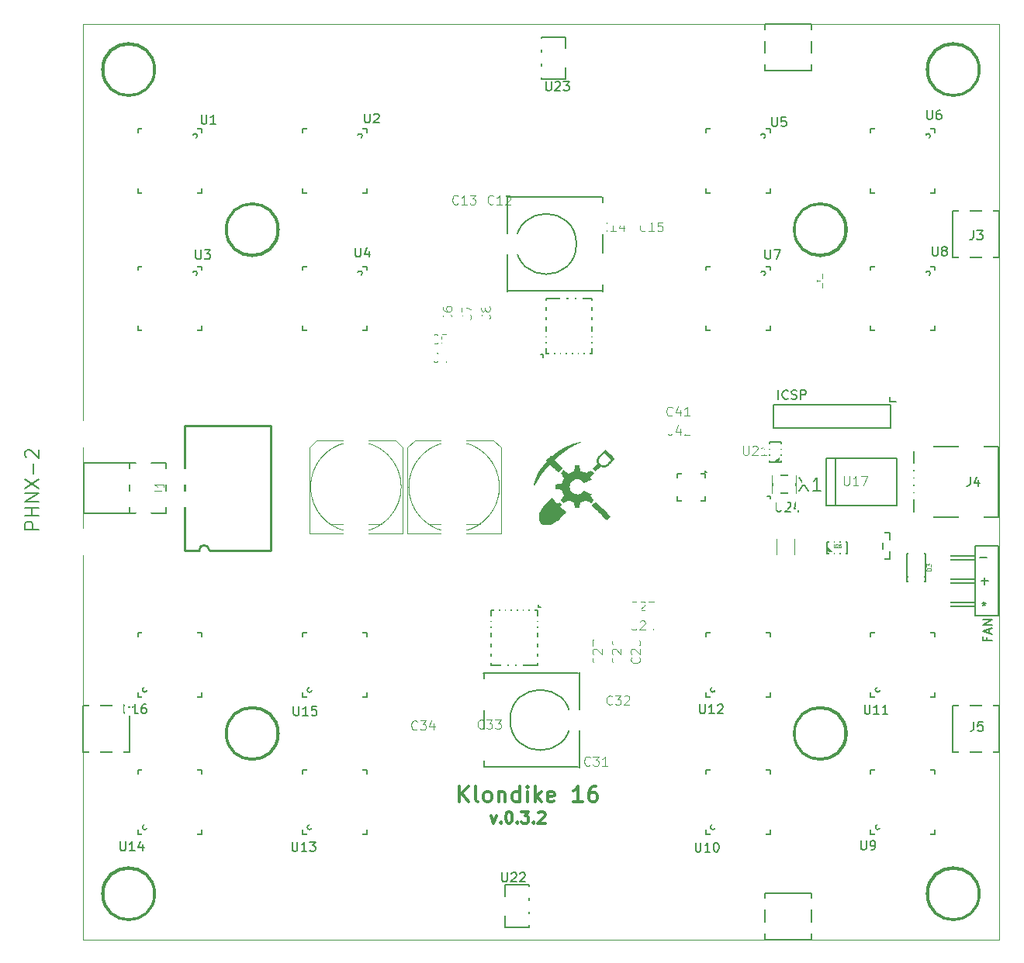
<source format=gto>
G04 (created by PCBNEW (2013-mar-13)-testing) date Mon 22 Jul 2013 04:48:15 PM ICT*
%MOIN*%
G04 Gerber Fmt 3.4, Leading zero omitted, Abs format*
%FSLAX34Y34*%
G01*
G70*
G90*
G04 APERTURE LIST*
%ADD10C,0.00393701*%
%ADD11C,0.011811*%
%ADD12C,0.00787402*%
%ADD13C,0.0001*%
%ADD14C,0.015*%
%ADD15C,0.00590551*%
%ADD16C,0.005*%
%ADD17C,0.008*%
%ADD18C,0.0028*%
%ADD19C,0.01*%
%ADD20C,0.000984252*%
%ADD21C,0.006*%
%ADD22C,0.004*%
%ADD23C,0.0019685*%
%ADD24C,0.0024*%
%ADD25C,0.0079*%
%ADD26C,0.0039*%
%ADD27C,0.20885*%
%ADD28R,0.0375906X0.0454646*%
%ADD29R,0.0828X0.0749*%
%ADD30C,0.0474*%
%ADD31R,0.1005X0.0316*%
%ADD32R,0.1104X0.0907*%
%ADD33R,0.0379843X0.023811*%
%ADD34R,0.0277X0.071*%
%ADD35R,0.0513701X0.0513701*%
%ADD36R,0.0907402X0.062*%
%ADD37R,0.0356X0.0277*%
%ADD38C,0.11811*%
%ADD39R,0.137984X0.0513701*%
%ADD40R,0.0513701X0.137984*%
%ADD41R,0.0316X0.0238*%
%ADD42R,0.0238X0.0316*%
%ADD43R,0.224598X0.224598*%
%ADD44R,0.0238X0.0415*%
%ADD45R,0.0415X0.0238*%
%ADD46R,0.0828661X0.0828661*%
%ADD47R,0.0513701X0.0434961*%
%ADD48R,0.0238X0.0395*%
%ADD49R,0.0395X0.0238*%
%ADD50R,0.0297165X0.110031*%
%ADD51R,0.0958583X0.12578*%
%ADD52R,0.0521575X0.110031*%
%ADD53R,0.117906X0.0730236*%
%ADD54R,0.035622X0.0289291*%
%ADD55R,0.0289291X0.0395591*%
%ADD56R,0.023811X0.0379843*%
%ADD57O,0.0946X0.0946*%
%ADD58C,0.13011*%
%ADD59R,0.031685X0.031685*%
%ADD60R,0.0631811X0.0474331*%
%ADD61R,0.0868031X0.0474331*%
%ADD62R,0.118299X0.0789291*%
%ADD63R,0.0255906X0.0393701*%
%ADD64R,0.0216535X0.0393701*%
%ADD65R,0.0671181X0.0513701*%
%ADD66R,0.0434961X0.0434961*%
%ADD67R,0.0671181X0.0631811*%
%ADD68R,0.0868031X0.0907402*%
%ADD69R,0.122236X0.134047*%
%ADD70R,0.0749921X0.0434961*%
%ADD71R,0.0434961X0.0513701*%
%ADD72R,0.110425X0.16948*%
%ADD73R,0.0434961X0.0474331*%
%ADD74R,0.0474331X0.0434961*%
%ADD75R,0.0474331X0.0395591*%
%ADD76R,0.0395591X0.0474331*%
%ADD77R,0.0395591X0.031685*%
%ADD78R,0.031685X0.0395591*%
%ADD79R,0.035622X0.031685*%
%ADD80R,0.031685X0.035622*%
%ADD81R,0.232472X0.116331*%
%ADD82R,0.287591X0.0671181*%
G04 APERTURE END LIST*
G54D10*
G54D11*
X56320Y-55691D02*
X56437Y-56019D01*
X56554Y-55691D01*
X56742Y-55973D02*
X56765Y-55996D01*
X56742Y-56019D01*
X56718Y-55996D01*
X56742Y-55973D01*
X56742Y-56019D01*
X57070Y-55527D02*
X57117Y-55527D01*
X57163Y-55551D01*
X57187Y-55574D01*
X57210Y-55621D01*
X57234Y-55715D01*
X57234Y-55832D01*
X57210Y-55926D01*
X57187Y-55973D01*
X57163Y-55996D01*
X57117Y-56019D01*
X57070Y-56019D01*
X57023Y-55996D01*
X56999Y-55973D01*
X56976Y-55926D01*
X56953Y-55832D01*
X56953Y-55715D01*
X56976Y-55621D01*
X56999Y-55574D01*
X57023Y-55551D01*
X57070Y-55527D01*
X57445Y-55973D02*
X57468Y-55996D01*
X57445Y-56019D01*
X57421Y-55996D01*
X57445Y-55973D01*
X57445Y-56019D01*
X57632Y-55527D02*
X57937Y-55527D01*
X57773Y-55715D01*
X57843Y-55715D01*
X57890Y-55738D01*
X57913Y-55762D01*
X57937Y-55808D01*
X57937Y-55926D01*
X57913Y-55973D01*
X57890Y-55996D01*
X57843Y-56019D01*
X57702Y-56019D01*
X57656Y-55996D01*
X57632Y-55973D01*
X58148Y-55973D02*
X58171Y-55996D01*
X58148Y-56019D01*
X58124Y-55996D01*
X58148Y-55973D01*
X58148Y-56019D01*
X58359Y-55574D02*
X58382Y-55551D01*
X58429Y-55527D01*
X58546Y-55527D01*
X58593Y-55551D01*
X58616Y-55574D01*
X58640Y-55621D01*
X58640Y-55668D01*
X58616Y-55738D01*
X58335Y-56019D01*
X58640Y-56019D01*
G54D12*
X68336Y-41958D02*
X68336Y-42076D01*
X68198Y-41958D02*
X68336Y-41958D01*
X73464Y-37903D02*
X73464Y-37687D01*
X73474Y-37903D02*
X73710Y-37903D01*
X58375Y-46742D02*
X58454Y-46742D01*
X58356Y-46643D02*
X58356Y-46742D01*
X58572Y-35875D02*
X58572Y-36003D01*
X58454Y-35875D02*
X58572Y-35875D01*
X77639Y-48045D02*
X77639Y-48176D01*
X77845Y-48176D02*
X77451Y-48176D01*
X77451Y-47988D01*
X77732Y-47857D02*
X77732Y-47670D01*
X77845Y-47895D02*
X77451Y-47763D01*
X77845Y-47632D01*
X77845Y-47501D02*
X77451Y-47501D01*
X77845Y-47276D01*
X77451Y-47276D01*
X77500Y-46506D02*
X77500Y-46600D01*
X77406Y-46563D02*
X77500Y-46600D01*
X77593Y-46563D01*
X77443Y-46675D02*
X77500Y-46600D01*
X77556Y-46675D01*
X77330Y-44604D02*
X77630Y-44604D01*
X77389Y-45608D02*
X77689Y-45608D01*
X77539Y-45758D02*
X77539Y-45458D01*
X68670Y-37796D02*
X68670Y-37402D01*
X69083Y-37758D02*
X69064Y-37777D01*
X69008Y-37796D01*
X68970Y-37796D01*
X68914Y-37777D01*
X68877Y-37739D01*
X68858Y-37702D01*
X68839Y-37627D01*
X68839Y-37571D01*
X68858Y-37496D01*
X68877Y-37458D01*
X68914Y-37421D01*
X68970Y-37402D01*
X69008Y-37402D01*
X69064Y-37421D01*
X69083Y-37440D01*
X69233Y-37777D02*
X69289Y-37796D01*
X69383Y-37796D01*
X69420Y-37777D01*
X69439Y-37758D01*
X69458Y-37721D01*
X69458Y-37683D01*
X69439Y-37646D01*
X69420Y-37627D01*
X69383Y-37608D01*
X69308Y-37589D01*
X69270Y-37571D01*
X69251Y-37552D01*
X69233Y-37514D01*
X69233Y-37477D01*
X69251Y-37440D01*
X69270Y-37421D01*
X69308Y-37402D01*
X69401Y-37402D01*
X69458Y-37421D01*
X69626Y-37796D02*
X69626Y-37402D01*
X69776Y-37402D01*
X69814Y-37421D01*
X69833Y-37440D01*
X69851Y-37477D01*
X69851Y-37533D01*
X69833Y-37571D01*
X69814Y-37589D01*
X69776Y-37608D01*
X69626Y-37608D01*
X65511Y-40925D02*
X65590Y-40925D01*
X65511Y-40856D02*
X65511Y-40925D01*
X40526Y-50906D02*
X40526Y-51225D01*
X40545Y-51262D01*
X40563Y-51281D01*
X40601Y-51300D01*
X40676Y-51300D01*
X40713Y-51281D01*
X40732Y-51262D01*
X40751Y-51225D01*
X40751Y-50906D01*
X41145Y-51300D02*
X40920Y-51300D01*
X41032Y-51300D02*
X41032Y-50906D01*
X40995Y-50962D01*
X40957Y-51000D01*
X40920Y-51018D01*
X41482Y-50906D02*
X41407Y-50906D01*
X41369Y-50925D01*
X41351Y-50943D01*
X41313Y-51000D01*
X41294Y-51075D01*
X41294Y-51225D01*
X41313Y-51262D01*
X41332Y-51281D01*
X41369Y-51300D01*
X41444Y-51300D01*
X41482Y-51281D01*
X41501Y-51262D01*
X41519Y-51225D01*
X41519Y-51131D01*
X41501Y-51093D01*
X41482Y-51075D01*
X41444Y-51056D01*
X41369Y-51056D01*
X41332Y-51075D01*
X41313Y-51093D01*
X41294Y-51131D01*
X47839Y-50995D02*
X47839Y-51313D01*
X47858Y-51351D01*
X47876Y-51369D01*
X47914Y-51388D01*
X47989Y-51388D01*
X48026Y-51369D01*
X48045Y-51351D01*
X48064Y-51313D01*
X48064Y-50995D01*
X48458Y-51388D02*
X48233Y-51388D01*
X48345Y-51388D02*
X48345Y-50995D01*
X48308Y-51051D01*
X48270Y-51088D01*
X48233Y-51107D01*
X48814Y-50995D02*
X48626Y-50995D01*
X48607Y-51182D01*
X48626Y-51163D01*
X48664Y-51145D01*
X48757Y-51145D01*
X48795Y-51163D01*
X48814Y-51182D01*
X48832Y-51220D01*
X48832Y-51313D01*
X48814Y-51351D01*
X48795Y-51369D01*
X48757Y-51388D01*
X48664Y-51388D01*
X48626Y-51369D01*
X48607Y-51351D01*
X40398Y-56811D02*
X40398Y-57130D01*
X40417Y-57168D01*
X40435Y-57186D01*
X40473Y-57205D01*
X40548Y-57205D01*
X40585Y-57186D01*
X40604Y-57168D01*
X40623Y-57130D01*
X40623Y-56811D01*
X41017Y-57205D02*
X40792Y-57205D01*
X40904Y-57205D02*
X40904Y-56811D01*
X40867Y-56868D01*
X40829Y-56905D01*
X40792Y-56924D01*
X41354Y-56943D02*
X41354Y-57205D01*
X41260Y-56793D02*
X41167Y-57074D01*
X41410Y-57074D01*
X47780Y-56831D02*
X47780Y-57150D01*
X47799Y-57187D01*
X47817Y-57206D01*
X47855Y-57225D01*
X47930Y-57225D01*
X47967Y-57206D01*
X47986Y-57187D01*
X48005Y-57150D01*
X48005Y-56831D01*
X48398Y-57225D02*
X48173Y-57225D01*
X48286Y-57225D02*
X48286Y-56831D01*
X48248Y-56887D01*
X48211Y-56925D01*
X48173Y-56944D01*
X48530Y-56831D02*
X48773Y-56831D01*
X48642Y-56981D01*
X48698Y-56981D01*
X48736Y-57000D01*
X48755Y-57019D01*
X48773Y-57056D01*
X48773Y-57150D01*
X48755Y-57187D01*
X48736Y-57206D01*
X48698Y-57225D01*
X48586Y-57225D01*
X48548Y-57206D01*
X48530Y-57187D01*
X65290Y-50916D02*
X65290Y-51235D01*
X65308Y-51272D01*
X65327Y-51291D01*
X65365Y-51309D01*
X65440Y-51309D01*
X65477Y-51291D01*
X65496Y-51272D01*
X65515Y-51235D01*
X65515Y-50916D01*
X65908Y-51309D02*
X65683Y-51309D01*
X65796Y-51309D02*
X65796Y-50916D01*
X65758Y-50972D01*
X65721Y-51010D01*
X65683Y-51028D01*
X66058Y-50953D02*
X66077Y-50935D01*
X66115Y-50916D01*
X66208Y-50916D01*
X66246Y-50935D01*
X66264Y-50953D01*
X66283Y-50991D01*
X66283Y-51028D01*
X66264Y-51085D01*
X66040Y-51309D01*
X66283Y-51309D01*
X72376Y-50935D02*
X72376Y-51254D01*
X72395Y-51292D01*
X72414Y-51310D01*
X72451Y-51329D01*
X72526Y-51329D01*
X72564Y-51310D01*
X72582Y-51292D01*
X72601Y-51254D01*
X72601Y-50935D01*
X72995Y-51329D02*
X72770Y-51329D01*
X72882Y-51329D02*
X72882Y-50935D01*
X72845Y-50992D01*
X72807Y-51029D01*
X72770Y-51048D01*
X73370Y-51329D02*
X73145Y-51329D01*
X73257Y-51329D02*
X73257Y-50935D01*
X73220Y-50992D01*
X73182Y-51029D01*
X73145Y-51048D01*
X65112Y-56861D02*
X65112Y-57179D01*
X65131Y-57217D01*
X65150Y-57236D01*
X65187Y-57254D01*
X65262Y-57254D01*
X65300Y-57236D01*
X65319Y-57217D01*
X65337Y-57179D01*
X65337Y-56861D01*
X65731Y-57254D02*
X65506Y-57254D01*
X65619Y-57254D02*
X65619Y-56861D01*
X65581Y-56917D01*
X65544Y-56954D01*
X65506Y-56973D01*
X65975Y-56861D02*
X66012Y-56861D01*
X66050Y-56879D01*
X66069Y-56898D01*
X66087Y-56936D01*
X66106Y-57011D01*
X66106Y-57104D01*
X66087Y-57179D01*
X66069Y-57217D01*
X66050Y-57236D01*
X66012Y-57254D01*
X65975Y-57254D01*
X65937Y-57236D01*
X65919Y-57217D01*
X65900Y-57179D01*
X65881Y-57104D01*
X65881Y-57011D01*
X65900Y-56936D01*
X65919Y-56898D01*
X65937Y-56879D01*
X65975Y-56861D01*
X72219Y-56772D02*
X72219Y-57091D01*
X72238Y-57128D01*
X72257Y-57147D01*
X72294Y-57166D01*
X72369Y-57166D01*
X72407Y-57147D01*
X72425Y-57128D01*
X72444Y-57091D01*
X72444Y-56772D01*
X72650Y-57166D02*
X72725Y-57166D01*
X72763Y-57147D01*
X72782Y-57128D01*
X72819Y-57072D01*
X72838Y-56997D01*
X72838Y-56847D01*
X72819Y-56810D01*
X72800Y-56791D01*
X72763Y-56772D01*
X72688Y-56772D01*
X72650Y-56791D01*
X72632Y-56810D01*
X72613Y-56847D01*
X72613Y-56941D01*
X72632Y-56978D01*
X72650Y-56997D01*
X72688Y-57016D01*
X72763Y-57016D01*
X72800Y-56997D01*
X72819Y-56978D01*
X72838Y-56941D01*
X75290Y-31241D02*
X75290Y-31559D01*
X75309Y-31597D01*
X75328Y-31616D01*
X75365Y-31634D01*
X75440Y-31634D01*
X75478Y-31616D01*
X75496Y-31597D01*
X75515Y-31559D01*
X75515Y-31241D01*
X75759Y-31409D02*
X75721Y-31391D01*
X75703Y-31372D01*
X75684Y-31334D01*
X75684Y-31316D01*
X75703Y-31278D01*
X75721Y-31259D01*
X75759Y-31241D01*
X75834Y-31241D01*
X75871Y-31259D01*
X75890Y-31278D01*
X75909Y-31316D01*
X75909Y-31334D01*
X75890Y-31372D01*
X75871Y-31391D01*
X75834Y-31409D01*
X75759Y-31409D01*
X75721Y-31428D01*
X75703Y-31447D01*
X75684Y-31484D01*
X75684Y-31559D01*
X75703Y-31597D01*
X75721Y-31616D01*
X75759Y-31634D01*
X75834Y-31634D01*
X75871Y-31616D01*
X75890Y-31597D01*
X75909Y-31559D01*
X75909Y-31484D01*
X75890Y-31447D01*
X75871Y-31428D01*
X75834Y-31409D01*
X68105Y-31369D02*
X68105Y-31687D01*
X68124Y-31725D01*
X68143Y-31744D01*
X68180Y-31762D01*
X68255Y-31762D01*
X68293Y-31744D01*
X68311Y-31725D01*
X68330Y-31687D01*
X68330Y-31369D01*
X68480Y-31369D02*
X68742Y-31369D01*
X68574Y-31762D01*
X75054Y-25374D02*
X75054Y-25693D01*
X75073Y-25731D01*
X75091Y-25749D01*
X75129Y-25768D01*
X75204Y-25768D01*
X75241Y-25749D01*
X75260Y-25731D01*
X75279Y-25693D01*
X75279Y-25374D01*
X75635Y-25374D02*
X75560Y-25374D01*
X75523Y-25393D01*
X75504Y-25412D01*
X75466Y-25468D01*
X75448Y-25543D01*
X75448Y-25693D01*
X75466Y-25731D01*
X75485Y-25749D01*
X75523Y-25768D01*
X75598Y-25768D01*
X75635Y-25749D01*
X75654Y-25731D01*
X75673Y-25693D01*
X75673Y-25599D01*
X75654Y-25562D01*
X75635Y-25543D01*
X75598Y-25524D01*
X75523Y-25524D01*
X75485Y-25543D01*
X75466Y-25562D01*
X75448Y-25599D01*
X68390Y-25670D02*
X68390Y-25988D01*
X68409Y-26026D01*
X68428Y-26045D01*
X68465Y-26063D01*
X68540Y-26063D01*
X68578Y-26045D01*
X68597Y-26026D01*
X68615Y-25988D01*
X68615Y-25670D01*
X68990Y-25670D02*
X68803Y-25670D01*
X68784Y-25857D01*
X68803Y-25838D01*
X68840Y-25820D01*
X68934Y-25820D01*
X68972Y-25838D01*
X68990Y-25857D01*
X69009Y-25895D01*
X69009Y-25988D01*
X68990Y-26026D01*
X68972Y-26045D01*
X68934Y-26063D01*
X68840Y-26063D01*
X68803Y-26045D01*
X68784Y-26026D01*
X50497Y-31290D02*
X50497Y-31609D01*
X50516Y-31646D01*
X50534Y-31665D01*
X50572Y-31684D01*
X50647Y-31684D01*
X50684Y-31665D01*
X50703Y-31646D01*
X50722Y-31609D01*
X50722Y-31290D01*
X51078Y-31421D02*
X51078Y-31684D01*
X50984Y-31271D02*
X50890Y-31552D01*
X51134Y-31552D01*
X43637Y-31378D02*
X43637Y-31697D01*
X43655Y-31735D01*
X43674Y-31753D01*
X43712Y-31772D01*
X43787Y-31772D01*
X43824Y-31753D01*
X43843Y-31735D01*
X43862Y-31697D01*
X43862Y-31378D01*
X44011Y-31378D02*
X44255Y-31378D01*
X44124Y-31528D01*
X44180Y-31528D01*
X44218Y-31547D01*
X44236Y-31566D01*
X44255Y-31603D01*
X44255Y-31697D01*
X44236Y-31735D01*
X44218Y-31753D01*
X44180Y-31772D01*
X44068Y-31772D01*
X44030Y-31753D01*
X44011Y-31735D01*
X50890Y-25522D02*
X50890Y-25841D01*
X50909Y-25878D01*
X50928Y-25897D01*
X50965Y-25916D01*
X51040Y-25916D01*
X51078Y-25897D01*
X51097Y-25878D01*
X51115Y-25841D01*
X51115Y-25522D01*
X51284Y-25560D02*
X51303Y-25541D01*
X51340Y-25522D01*
X51434Y-25522D01*
X51472Y-25541D01*
X51490Y-25560D01*
X51509Y-25597D01*
X51509Y-25635D01*
X51490Y-25691D01*
X51265Y-25916D01*
X51509Y-25916D01*
X43873Y-25571D02*
X43873Y-25890D01*
X43892Y-25928D01*
X43910Y-25946D01*
X43948Y-25965D01*
X44023Y-25965D01*
X44060Y-25946D01*
X44079Y-25928D01*
X44098Y-25890D01*
X44098Y-25571D01*
X44491Y-25965D02*
X44266Y-25965D01*
X44379Y-25965D02*
X44379Y-25571D01*
X44341Y-25628D01*
X44304Y-25665D01*
X44266Y-25684D01*
G54D11*
X54967Y-55114D02*
X54967Y-54425D01*
X55360Y-55114D02*
X55065Y-54721D01*
X55360Y-54425D02*
X54967Y-54819D01*
X55754Y-55114D02*
X55688Y-55082D01*
X55656Y-55016D01*
X55656Y-54425D01*
X56115Y-55114D02*
X56049Y-55082D01*
X56017Y-55049D01*
X55984Y-54983D01*
X55984Y-54786D01*
X56017Y-54721D01*
X56049Y-54688D01*
X56115Y-54655D01*
X56213Y-54655D01*
X56279Y-54688D01*
X56312Y-54721D01*
X56345Y-54786D01*
X56345Y-54983D01*
X56312Y-55049D01*
X56279Y-55082D01*
X56213Y-55114D01*
X56115Y-55114D01*
X56640Y-54655D02*
X56640Y-55114D01*
X56640Y-54721D02*
X56673Y-54688D01*
X56738Y-54655D01*
X56837Y-54655D01*
X56902Y-54688D01*
X56935Y-54753D01*
X56935Y-55114D01*
X57559Y-55114D02*
X57559Y-54425D01*
X57559Y-55082D02*
X57493Y-55114D01*
X57362Y-55114D01*
X57296Y-55082D01*
X57263Y-55049D01*
X57230Y-54983D01*
X57230Y-54786D01*
X57263Y-54721D01*
X57296Y-54688D01*
X57362Y-54655D01*
X57493Y-54655D01*
X57559Y-54688D01*
X57887Y-55114D02*
X57887Y-54655D01*
X57887Y-54425D02*
X57854Y-54458D01*
X57887Y-54491D01*
X57919Y-54458D01*
X57887Y-54425D01*
X57887Y-54491D01*
X58215Y-55114D02*
X58215Y-54425D01*
X58280Y-54852D02*
X58477Y-55114D01*
X58477Y-54655D02*
X58215Y-54917D01*
X59035Y-55082D02*
X58969Y-55114D01*
X58838Y-55114D01*
X58772Y-55082D01*
X58740Y-55016D01*
X58740Y-54753D01*
X58772Y-54688D01*
X58838Y-54655D01*
X58969Y-54655D01*
X59035Y-54688D01*
X59068Y-54753D01*
X59068Y-54819D01*
X58740Y-54885D01*
X60249Y-55114D02*
X59855Y-55114D01*
X60052Y-55114D02*
X60052Y-54425D01*
X59986Y-54524D01*
X59921Y-54589D01*
X59855Y-54622D01*
X60839Y-54425D02*
X60708Y-54425D01*
X60643Y-54458D01*
X60610Y-54491D01*
X60544Y-54589D01*
X60511Y-54721D01*
X60511Y-54983D01*
X60544Y-55049D01*
X60577Y-55082D01*
X60643Y-55114D01*
X60774Y-55114D01*
X60839Y-55082D01*
X60872Y-55049D01*
X60905Y-54983D01*
X60905Y-54819D01*
X60872Y-54753D01*
X60839Y-54721D01*
X60774Y-54688D01*
X60643Y-54688D01*
X60577Y-54721D01*
X60544Y-54753D01*
X60511Y-54819D01*
G54D10*
X38779Y-61023D02*
X78149Y-61023D01*
X78149Y-61023D02*
X78149Y-21653D01*
X78149Y-21653D02*
X38779Y-21653D01*
X38779Y-21653D02*
X38779Y-61023D01*
G54D13*
G36*
X61233Y-39949D02*
X61241Y-39955D01*
X61258Y-39970D01*
X61283Y-39993D01*
X61314Y-40022D01*
X61350Y-40057D01*
X61389Y-40095D01*
X61397Y-40103D01*
X61189Y-40103D01*
X61088Y-40206D01*
X61045Y-40250D01*
X61013Y-40286D01*
X60989Y-40315D01*
X60973Y-40341D01*
X60963Y-40366D01*
X60958Y-40391D01*
X60956Y-40419D01*
X60955Y-40430D01*
X60962Y-40486D01*
X60983Y-40537D01*
X61016Y-40579D01*
X61062Y-40612D01*
X61075Y-40619D01*
X61114Y-40631D01*
X61160Y-40634D01*
X61206Y-40631D01*
X61246Y-40619D01*
X61260Y-40610D01*
X61282Y-40593D01*
X61309Y-40570D01*
X61340Y-40542D01*
X61372Y-40512D01*
X61404Y-40483D01*
X61432Y-40454D01*
X61455Y-40430D01*
X61472Y-40412D01*
X61478Y-40401D01*
X61478Y-40400D01*
X61473Y-40393D01*
X61458Y-40376D01*
X61436Y-40351D01*
X61406Y-40321D01*
X61371Y-40285D01*
X61334Y-40247D01*
X61189Y-40103D01*
X61397Y-40103D01*
X61430Y-40136D01*
X61471Y-40177D01*
X61510Y-40217D01*
X61547Y-40255D01*
X61580Y-40290D01*
X61607Y-40318D01*
X61627Y-40340D01*
X61638Y-40354D01*
X61640Y-40357D01*
X61635Y-40366D01*
X61620Y-40383D01*
X61597Y-40408D01*
X61567Y-40440D01*
X61532Y-40476D01*
X61493Y-40516D01*
X61488Y-40520D01*
X61442Y-40567D01*
X61404Y-40603D01*
X61374Y-40631D01*
X61350Y-40653D01*
X61330Y-40669D01*
X61312Y-40681D01*
X61295Y-40691D01*
X61282Y-40697D01*
X61254Y-40710D01*
X61231Y-40718D01*
X61208Y-40721D01*
X61178Y-40722D01*
X61159Y-40722D01*
X61118Y-40721D01*
X61088Y-40717D01*
X61063Y-40709D01*
X61055Y-40706D01*
X61021Y-40690D01*
X60911Y-40799D01*
X60801Y-40907D01*
X60742Y-40848D01*
X60682Y-40788D01*
X60791Y-40679D01*
X60828Y-40641D01*
X60856Y-40613D01*
X60875Y-40593D01*
X60887Y-40578D01*
X60893Y-40568D01*
X60894Y-40560D01*
X60892Y-40553D01*
X60890Y-40550D01*
X60871Y-40497D01*
X60865Y-40439D01*
X60870Y-40378D01*
X60889Y-40318D01*
X60897Y-40300D01*
X60907Y-40282D01*
X60918Y-40264D01*
X60932Y-40245D01*
X60951Y-40223D01*
X60976Y-40196D01*
X61008Y-40162D01*
X61049Y-40121D01*
X61073Y-40098D01*
X61112Y-40059D01*
X61149Y-40024D01*
X61180Y-39994D01*
X61206Y-39971D01*
X61224Y-39955D01*
X61232Y-39949D01*
X61233Y-39949D01*
X61233Y-39949D01*
X61233Y-39949D01*
G37*
G36*
X60818Y-42204D02*
X60825Y-42209D01*
X60841Y-42224D01*
X60866Y-42247D01*
X60897Y-42277D01*
X60935Y-42313D01*
X60977Y-42354D01*
X61011Y-42387D01*
X61062Y-42437D01*
X61117Y-42491D01*
X61173Y-42545D01*
X61226Y-42597D01*
X61274Y-42643D01*
X61314Y-42683D01*
X61323Y-42691D01*
X61364Y-42732D01*
X61396Y-42764D01*
X61419Y-42788D01*
X61434Y-42806D01*
X61443Y-42820D01*
X61447Y-42830D01*
X61448Y-42834D01*
X61445Y-42846D01*
X61437Y-42861D01*
X61421Y-42880D01*
X61395Y-42907D01*
X61379Y-42922D01*
X61352Y-42948D01*
X61327Y-42969D01*
X61308Y-42984D01*
X61297Y-42989D01*
X61296Y-42989D01*
X61286Y-42984D01*
X61267Y-42968D01*
X61239Y-42943D01*
X61205Y-42911D01*
X61166Y-42872D01*
X61132Y-42837D01*
X61089Y-42794D01*
X61041Y-42744D01*
X60988Y-42691D01*
X60935Y-42636D01*
X60882Y-42582D01*
X60856Y-42556D01*
X60660Y-42357D01*
X60736Y-42281D01*
X60764Y-42253D01*
X60788Y-42230D01*
X60806Y-42213D01*
X60817Y-42205D01*
X60818Y-42204D01*
X60818Y-42204D01*
X60818Y-42204D01*
G37*
G36*
X60115Y-40642D02*
X60132Y-40736D01*
X60141Y-40787D01*
X60148Y-40824D01*
X60154Y-40851D01*
X60160Y-40869D01*
X60168Y-40881D01*
X60178Y-40888D01*
X60191Y-40892D01*
X60209Y-40897D01*
X60214Y-40898D01*
X60245Y-40908D01*
X60283Y-40922D01*
X60322Y-40939D01*
X60340Y-40947D01*
X60414Y-40982D01*
X60511Y-40916D01*
X60545Y-40893D01*
X60574Y-40874D01*
X60597Y-40859D01*
X60611Y-40851D01*
X60614Y-40850D01*
X60622Y-40855D01*
X60638Y-40869D01*
X60660Y-40890D01*
X60681Y-40911D01*
X60742Y-40971D01*
X60672Y-41073D01*
X60602Y-41174D01*
X60625Y-41210D01*
X60636Y-41230D01*
X60642Y-41245D01*
X60642Y-41250D01*
X60633Y-41255D01*
X60613Y-41264D01*
X60582Y-41277D01*
X60543Y-41294D01*
X60498Y-41312D01*
X60473Y-41323D01*
X60310Y-41391D01*
X60266Y-41343D01*
X60212Y-41296D01*
X60153Y-41262D01*
X60089Y-41241D01*
X60023Y-41235D01*
X59957Y-41243D01*
X59892Y-41264D01*
X59847Y-41289D01*
X59795Y-41331D01*
X59754Y-41383D01*
X59724Y-41441D01*
X59707Y-41503D01*
X59702Y-41568D01*
X59709Y-41633D01*
X59730Y-41696D01*
X59765Y-41755D01*
X59765Y-41756D01*
X59810Y-41804D01*
X59863Y-41842D01*
X59923Y-41869D01*
X59987Y-41884D01*
X60052Y-41886D01*
X60099Y-41878D01*
X60149Y-41863D01*
X60190Y-41842D01*
X60229Y-41814D01*
X60261Y-41784D01*
X60282Y-41762D01*
X60300Y-41745D01*
X60311Y-41736D01*
X60312Y-41735D01*
X60321Y-41738D01*
X60341Y-41746D01*
X60371Y-41757D01*
X60407Y-41772D01*
X60447Y-41789D01*
X60490Y-41806D01*
X60531Y-41824D01*
X60569Y-41840D01*
X60602Y-41854D01*
X60626Y-41864D01*
X60639Y-41870D01*
X60641Y-41872D01*
X60640Y-41881D01*
X60633Y-41898D01*
X60625Y-41913D01*
X60602Y-41949D01*
X60671Y-42048D01*
X60739Y-42148D01*
X60675Y-42211D01*
X60611Y-42275D01*
X60514Y-42209D01*
X60480Y-42186D01*
X60450Y-42166D01*
X60427Y-42152D01*
X60413Y-42144D01*
X60410Y-42143D01*
X60399Y-42146D01*
X60379Y-42156D01*
X60360Y-42166D01*
X60335Y-42178D01*
X60301Y-42192D01*
X60263Y-42207D01*
X60239Y-42215D01*
X60204Y-42226D01*
X60181Y-42235D01*
X60167Y-42243D01*
X60159Y-42250D01*
X60156Y-42260D01*
X60154Y-42267D01*
X60151Y-42285D01*
X60145Y-42313D01*
X60139Y-42349D01*
X60132Y-42387D01*
X60115Y-42481D01*
X60025Y-42481D01*
X59934Y-42481D01*
X59912Y-42362D01*
X59905Y-42321D01*
X59898Y-42285D01*
X59892Y-42258D01*
X59887Y-42241D01*
X59886Y-42237D01*
X59877Y-42232D01*
X59857Y-42224D01*
X59830Y-42214D01*
X59816Y-42210D01*
X59778Y-42196D01*
X59738Y-42179D01*
X59705Y-42162D01*
X59701Y-42160D01*
X59651Y-42130D01*
X59544Y-42203D01*
X59438Y-42276D01*
X59374Y-42212D01*
X59310Y-42148D01*
X59383Y-42041D01*
X59456Y-41934D01*
X59430Y-41883D01*
X59398Y-41815D01*
X59375Y-41750D01*
X59370Y-41730D01*
X59362Y-41699D01*
X59268Y-41682D01*
X59228Y-41674D01*
X59189Y-41667D01*
X59157Y-41661D01*
X59137Y-41656D01*
X59100Y-41649D01*
X59102Y-41560D01*
X59105Y-41470D01*
X59231Y-41447D01*
X59357Y-41423D01*
X59381Y-41354D01*
X59395Y-41316D01*
X59412Y-41277D01*
X59427Y-41244D01*
X59431Y-41237D01*
X59445Y-41208D01*
X59451Y-41188D01*
X59450Y-41179D01*
X59444Y-41170D01*
X59430Y-41150D01*
X59412Y-41122D01*
X59389Y-41089D01*
X59377Y-41072D01*
X59310Y-40975D01*
X59374Y-40911D01*
X59439Y-40847D01*
X59543Y-40918D01*
X59648Y-40990D01*
X59715Y-40955D01*
X59750Y-40938D01*
X59787Y-40922D01*
X59819Y-40910D01*
X59828Y-40907D01*
X59854Y-40899D01*
X59874Y-40890D01*
X59883Y-40885D01*
X59887Y-40875D01*
X59893Y-40852D01*
X59901Y-40821D01*
X59909Y-40782D01*
X59913Y-40759D01*
X59934Y-40642D01*
X60025Y-40642D01*
X60115Y-40642D01*
X60115Y-40642D01*
X60115Y-40642D01*
G37*
G36*
X60181Y-39636D02*
X60194Y-39639D01*
X60195Y-39640D01*
X60193Y-39641D01*
X60181Y-39645D01*
X60158Y-39655D01*
X60126Y-39670D01*
X60087Y-39689D01*
X60043Y-39710D01*
X59996Y-39733D01*
X59949Y-39757D01*
X59905Y-39780D01*
X59865Y-39802D01*
X59831Y-39820D01*
X59819Y-39827D01*
X59685Y-39909D01*
X59548Y-40001D01*
X59410Y-40101D01*
X59277Y-40205D01*
X59151Y-40311D01*
X59109Y-40349D01*
X59059Y-40394D01*
X59082Y-40421D01*
X59093Y-40433D01*
X59113Y-40456D01*
X59141Y-40485D01*
X59174Y-40521D01*
X59210Y-40561D01*
X59250Y-40604D01*
X59395Y-40759D01*
X59308Y-40847D01*
X59220Y-40934D01*
X59197Y-40913D01*
X59183Y-40900D01*
X59161Y-40880D01*
X59132Y-40854D01*
X59100Y-40824D01*
X59078Y-40804D01*
X59039Y-40769D01*
X58999Y-40732D01*
X58961Y-40696D01*
X58929Y-40665D01*
X58919Y-40655D01*
X58857Y-40595D01*
X58771Y-40692D01*
X58627Y-40863D01*
X58497Y-41034D01*
X58380Y-41206D01*
X58273Y-41382D01*
X58256Y-41412D01*
X58237Y-41446D01*
X58222Y-41469D01*
X58210Y-41484D01*
X58198Y-41494D01*
X58184Y-41501D01*
X58175Y-41505D01*
X58155Y-41512D01*
X58141Y-41514D01*
X58139Y-41512D01*
X58141Y-41496D01*
X58147Y-41469D01*
X58155Y-41436D01*
X58165Y-41401D01*
X58176Y-41367D01*
X58182Y-41348D01*
X58253Y-41172D01*
X58339Y-41000D01*
X58439Y-40833D01*
X58552Y-40672D01*
X58668Y-40528D01*
X58717Y-40472D01*
X58700Y-40453D01*
X58683Y-40435D01*
X58699Y-40414D01*
X58713Y-40396D01*
X58735Y-40373D01*
X58761Y-40346D01*
X58790Y-40318D01*
X58819Y-40290D01*
X58846Y-40266D01*
X58868Y-40248D01*
X58884Y-40236D01*
X58889Y-40234D01*
X58906Y-40239D01*
X58917Y-40246D01*
X58923Y-40251D01*
X58931Y-40251D01*
X58942Y-40246D01*
X58959Y-40233D01*
X58984Y-40212D01*
X58994Y-40203D01*
X59129Y-40095D01*
X59269Y-39995D01*
X59415Y-39905D01*
X59564Y-39826D01*
X59714Y-39759D01*
X59864Y-39705D01*
X60012Y-39663D01*
X60059Y-39653D01*
X60098Y-39646D01*
X60134Y-39640D01*
X60163Y-39637D01*
X60180Y-39636D01*
X60181Y-39636D01*
X60181Y-39636D01*
X60181Y-39636D01*
G37*
G36*
X58947Y-42030D02*
X58957Y-42031D01*
X58969Y-42038D01*
X58984Y-42054D01*
X59003Y-42081D01*
X59018Y-42104D01*
X59042Y-42138D01*
X59069Y-42174D01*
X59097Y-42210D01*
X59123Y-42243D01*
X59145Y-42268D01*
X59160Y-42283D01*
X59168Y-42289D01*
X59176Y-42290D01*
X59187Y-42283D01*
X59203Y-42267D01*
X59212Y-42258D01*
X59250Y-42220D01*
X59310Y-42279D01*
X59370Y-42338D01*
X59331Y-42378D01*
X59292Y-42417D01*
X59335Y-42457D01*
X59361Y-42479D01*
X59394Y-42506D01*
X59429Y-42533D01*
X59441Y-42543D01*
X59482Y-42572D01*
X59511Y-42594D01*
X59531Y-42611D01*
X59544Y-42622D01*
X59551Y-42631D01*
X59554Y-42639D01*
X59555Y-42645D01*
X59550Y-42655D01*
X59537Y-42672D01*
X59514Y-42698D01*
X59481Y-42733D01*
X59438Y-42778D01*
X59384Y-42832D01*
X59380Y-42836D01*
X59334Y-42880D01*
X59290Y-42923D01*
X59249Y-42962D01*
X59212Y-42996D01*
X59182Y-43023D01*
X59160Y-43042D01*
X59155Y-43046D01*
X59061Y-43108D01*
X58968Y-43155D01*
X58872Y-43190D01*
X58772Y-43211D01*
X58738Y-43216D01*
X58680Y-43217D01*
X58618Y-43207D01*
X58557Y-43188D01*
X58503Y-43162D01*
X58467Y-43136D01*
X58441Y-43105D01*
X58416Y-43064D01*
X58395Y-43015D01*
X58381Y-42964D01*
X58376Y-42941D01*
X58373Y-42872D01*
X58381Y-42796D01*
X58400Y-42714D01*
X58430Y-42629D01*
X58442Y-42601D01*
X58462Y-42560D01*
X58485Y-42519D01*
X58513Y-42478D01*
X58547Y-42433D01*
X58588Y-42384D01*
X58638Y-42329D01*
X58697Y-42267D01*
X58740Y-42223D01*
X58784Y-42179D01*
X58824Y-42139D01*
X58861Y-42103D01*
X58891Y-42074D01*
X58915Y-42052D01*
X58930Y-42038D01*
X58935Y-42035D01*
X58947Y-42030D01*
X58947Y-42030D01*
X58947Y-42030D01*
G37*
G54D14*
X47159Y-30511D02*
G75*
G03X47159Y-30511I-1096J0D01*
G74*
G01*
G54D15*
X68425Y-41850D02*
X69409Y-41850D01*
X69409Y-41850D02*
X69409Y-41062D01*
X69409Y-41062D02*
X68425Y-41062D01*
X68425Y-41062D02*
X68425Y-41850D01*
G54D16*
X74488Y-42853D02*
X78109Y-42853D01*
X78109Y-42853D02*
X78109Y-39823D01*
X78109Y-39823D02*
X74488Y-39823D01*
X74488Y-39823D02*
X74488Y-42853D01*
X68798Y-40253D02*
X68538Y-40513D01*
X68798Y-40313D02*
X68603Y-40513D01*
X68288Y-39823D02*
X68181Y-39823D01*
X68288Y-40333D02*
X68181Y-40333D01*
X68798Y-40078D02*
X68905Y-40078D01*
X68798Y-39823D02*
X68905Y-39823D01*
X68798Y-40333D02*
X68905Y-40333D01*
X68288Y-40078D02*
X68181Y-40078D01*
X68288Y-40513D02*
X68288Y-39643D01*
X68288Y-39643D02*
X68798Y-39643D01*
X68798Y-39643D02*
X68798Y-40513D01*
X68798Y-40513D02*
X68288Y-40513D01*
G54D17*
X70767Y-42381D02*
X73759Y-42381D01*
X73759Y-42381D02*
X73759Y-40335D01*
X73759Y-40335D02*
X70767Y-40335D01*
G54D16*
X70728Y-42381D02*
X71112Y-42381D01*
X71112Y-42381D02*
X71112Y-40335D01*
X71112Y-40335D02*
X70728Y-40335D01*
X70728Y-40335D02*
X70728Y-42381D01*
X73476Y-38043D02*
X73476Y-39043D01*
X73476Y-39043D02*
X68472Y-39043D01*
X68472Y-39033D02*
X68472Y-38033D01*
X68472Y-38043D02*
X73476Y-38043D01*
G54D15*
X75265Y-46525D02*
X77135Y-46525D01*
X77135Y-46525D02*
X77125Y-46712D01*
X77125Y-46712D02*
X75255Y-46712D01*
X75255Y-46712D02*
X75255Y-46535D01*
X75255Y-45521D02*
X77135Y-45521D01*
X77125Y-45521D02*
X77125Y-45708D01*
X77125Y-45708D02*
X75255Y-45708D01*
X75255Y-45708D02*
X75255Y-45521D01*
X75236Y-44704D02*
X75236Y-44527D01*
X75236Y-44527D02*
X75246Y-44537D01*
X75236Y-44527D02*
X77135Y-44527D01*
X77135Y-44527D02*
X77135Y-44694D01*
X77135Y-44694D02*
X75236Y-44694D01*
X77125Y-44114D02*
X77125Y-47106D01*
X77125Y-47106D02*
X78110Y-47106D01*
X78110Y-47106D02*
X78110Y-44114D01*
X78110Y-44114D02*
X77125Y-44114D01*
G54D18*
X70553Y-32616D02*
X70553Y-32416D01*
X70553Y-32416D02*
X70253Y-32416D01*
X70253Y-32416D02*
X70253Y-32616D01*
X70553Y-32816D02*
X70553Y-33016D01*
X70553Y-33016D02*
X70253Y-33016D01*
X70253Y-33016D02*
X70253Y-32816D01*
G54D15*
X68094Y-23657D02*
X68094Y-21657D01*
X68094Y-21657D02*
X70094Y-21657D01*
X70094Y-21657D02*
X70094Y-23657D01*
X70094Y-23657D02*
X68094Y-23657D01*
X76145Y-29708D02*
X78145Y-29708D01*
X78145Y-29708D02*
X78145Y-31708D01*
X78145Y-31708D02*
X76145Y-31708D01*
X76145Y-31708D02*
X76145Y-29708D01*
X76145Y-50968D02*
X78145Y-50968D01*
X78145Y-50968D02*
X78145Y-52968D01*
X78145Y-52968D02*
X76145Y-52968D01*
X76145Y-52968D02*
X76145Y-50968D01*
X70094Y-59019D02*
X70094Y-61019D01*
X70094Y-61019D02*
X68094Y-61019D01*
X68094Y-61019D02*
X68094Y-59019D01*
X68094Y-59019D02*
X70094Y-59019D01*
G54D16*
X41142Y-28936D02*
X43896Y-28936D01*
X43896Y-28936D02*
X43896Y-26182D01*
X43896Y-26182D02*
X41142Y-26182D01*
X41142Y-26182D02*
X41142Y-28936D01*
X43699Y-26477D02*
G75*
G03X43699Y-26477I-98J0D01*
G74*
G01*
X41142Y-34841D02*
X43896Y-34841D01*
X43896Y-34841D02*
X43896Y-32087D01*
X43896Y-32087D02*
X41142Y-32087D01*
X41142Y-32087D02*
X41142Y-34841D01*
X43699Y-32382D02*
G75*
G03X43699Y-32382I-98J0D01*
G74*
G01*
X48229Y-34841D02*
X50983Y-34841D01*
X50983Y-34841D02*
X50983Y-32087D01*
X50983Y-32087D02*
X48229Y-32087D01*
X48229Y-32087D02*
X48229Y-34841D01*
X50786Y-32382D02*
G75*
G03X50786Y-32382I-98J0D01*
G74*
G01*
X48229Y-28936D02*
X50983Y-28936D01*
X50983Y-28936D02*
X50983Y-26182D01*
X50983Y-26182D02*
X48229Y-26182D01*
X48229Y-26182D02*
X48229Y-28936D01*
X50786Y-26477D02*
G75*
G03X50786Y-26477I-98J0D01*
G74*
G01*
X43896Y-47835D02*
X41142Y-47835D01*
X41142Y-47835D02*
X41142Y-50589D01*
X41142Y-50589D02*
X43896Y-50589D01*
X43896Y-50589D02*
X43896Y-47835D01*
X41535Y-50294D02*
G75*
G03X41535Y-50294I-98J0D01*
G74*
G01*
X43896Y-53741D02*
X41142Y-53741D01*
X41142Y-53741D02*
X41142Y-56495D01*
X41142Y-56495D02*
X43896Y-56495D01*
X43896Y-56495D02*
X43896Y-53741D01*
X41535Y-56200D02*
G75*
G03X41535Y-56200I-98J0D01*
G74*
G01*
X50983Y-53741D02*
X48229Y-53741D01*
X48229Y-53741D02*
X48229Y-56495D01*
X48229Y-56495D02*
X50983Y-56495D01*
X50983Y-56495D02*
X50983Y-53741D01*
X48622Y-56200D02*
G75*
G03X48622Y-56200I-98J0D01*
G74*
G01*
X50983Y-47835D02*
X48229Y-47835D01*
X48229Y-47835D02*
X48229Y-50589D01*
X48229Y-50589D02*
X50983Y-50589D01*
X50983Y-50589D02*
X50983Y-47835D01*
X48622Y-50294D02*
G75*
G03X48622Y-50294I-98J0D01*
G74*
G01*
X68306Y-47835D02*
X65552Y-47835D01*
X65552Y-47835D02*
X65552Y-50589D01*
X65552Y-50589D02*
X68306Y-50589D01*
X68306Y-50589D02*
X68306Y-47835D01*
X65945Y-50294D02*
G75*
G03X65945Y-50294I-98J0D01*
G74*
G01*
X68306Y-53741D02*
X65552Y-53741D01*
X65552Y-53741D02*
X65552Y-56495D01*
X65552Y-56495D02*
X68306Y-56495D01*
X68306Y-56495D02*
X68306Y-53741D01*
X65945Y-56200D02*
G75*
G03X65945Y-56200I-98J0D01*
G74*
G01*
X75392Y-53741D02*
X72638Y-53741D01*
X72638Y-53741D02*
X72638Y-56495D01*
X72638Y-56495D02*
X75392Y-56495D01*
X75392Y-56495D02*
X75392Y-53741D01*
X73031Y-56200D02*
G75*
G03X73031Y-56200I-98J0D01*
G74*
G01*
X75392Y-47835D02*
X72638Y-47835D01*
X72638Y-47835D02*
X72638Y-50589D01*
X72638Y-50589D02*
X75392Y-50589D01*
X75392Y-50589D02*
X75392Y-47835D01*
X73031Y-50294D02*
G75*
G03X73031Y-50294I-98J0D01*
G74*
G01*
X72638Y-34841D02*
X75392Y-34841D01*
X75392Y-34841D02*
X75392Y-32087D01*
X75392Y-32087D02*
X72638Y-32087D01*
X72638Y-32087D02*
X72638Y-34841D01*
X75195Y-32382D02*
G75*
G03X75195Y-32382I-98J0D01*
G74*
G01*
X72638Y-28936D02*
X75392Y-28936D01*
X75392Y-28936D02*
X75392Y-26182D01*
X75392Y-26182D02*
X72638Y-26182D01*
X72638Y-26182D02*
X72638Y-28936D01*
X75195Y-26477D02*
G75*
G03X75195Y-26477I-98J0D01*
G74*
G01*
X65552Y-28936D02*
X68306Y-28936D01*
X68306Y-28936D02*
X68306Y-26182D01*
X68306Y-26182D02*
X65552Y-26182D01*
X65552Y-26182D02*
X65552Y-28936D01*
X68109Y-26477D02*
G75*
G03X68109Y-26477I-98J0D01*
G74*
G01*
X65552Y-34841D02*
X68306Y-34841D01*
X68306Y-34841D02*
X68306Y-32087D01*
X68306Y-32087D02*
X65552Y-32087D01*
X65552Y-32087D02*
X65552Y-34841D01*
X68109Y-32382D02*
G75*
G03X68109Y-32382I-98J0D01*
G74*
G01*
X65509Y-40995D02*
X64329Y-40995D01*
X64329Y-40995D02*
X64329Y-42175D01*
X64329Y-42175D02*
X65509Y-42175D01*
X65509Y-42175D02*
X65509Y-40995D01*
X58701Y-33474D02*
X58701Y-35836D01*
X58701Y-35836D02*
X60669Y-35836D01*
X60669Y-35836D02*
X60669Y-33474D01*
X60669Y-33474D02*
X58701Y-33474D01*
X58306Y-49245D02*
X58306Y-46883D01*
X58306Y-46883D02*
X56338Y-46883D01*
X56338Y-46883D02*
X56338Y-49245D01*
X56338Y-49245D02*
X58306Y-49245D01*
G54D15*
X40783Y-52968D02*
X38783Y-52968D01*
X38783Y-52968D02*
X38783Y-50968D01*
X38783Y-50968D02*
X40783Y-50968D01*
X40783Y-50968D02*
X40783Y-52968D01*
G54D14*
X41844Y-23622D02*
G75*
G03X41844Y-23622I-1096J0D01*
G74*
G01*
X41844Y-59055D02*
G75*
G03X41844Y-59055I-1096J0D01*
G74*
G01*
X47159Y-52165D02*
G75*
G03X47159Y-52165I-1096J0D01*
G74*
G01*
X71569Y-52165D02*
G75*
G03X71569Y-52165I-1096J0D01*
G74*
G01*
X77277Y-59055D02*
G75*
G03X77277Y-59055I-1096J0D01*
G74*
G01*
X77277Y-23622D02*
G75*
G03X77277Y-23622I-1096J0D01*
G74*
G01*
X71569Y-30511D02*
G75*
G03X71569Y-30511I-1096J0D01*
G74*
G01*
G54D16*
X71025Y-44438D02*
X70765Y-44178D01*
X70965Y-44438D02*
X70765Y-44243D01*
X71455Y-43928D02*
X71455Y-43820D01*
X70945Y-43928D02*
X70945Y-43820D01*
X71200Y-44438D02*
X71200Y-44545D01*
X71455Y-44438D02*
X71455Y-44545D01*
X70945Y-44438D02*
X70945Y-44545D01*
X71200Y-43928D02*
X71200Y-43820D01*
X70765Y-43928D02*
X71635Y-43928D01*
X71635Y-43928D02*
X71635Y-44438D01*
X71635Y-44438D02*
X70765Y-44438D01*
X70765Y-44438D02*
X70765Y-43928D01*
G54D19*
X46849Y-38937D02*
X46849Y-44291D01*
X46849Y-44291D02*
X44212Y-44291D01*
X43779Y-44291D02*
X43149Y-44291D01*
X43149Y-44291D02*
X43149Y-38937D01*
X43149Y-38937D02*
X46849Y-38937D01*
X43780Y-44291D02*
G75*
G02X44212Y-44291I216J0D01*
G74*
G01*
G54D16*
X58026Y-23623D02*
X58026Y-23823D01*
X58026Y-23823D02*
X58496Y-23823D01*
X58026Y-23623D02*
X58496Y-23623D01*
X58026Y-23033D02*
X58496Y-23033D01*
X58026Y-23233D02*
X58496Y-23233D01*
X58026Y-23033D02*
X58026Y-23233D01*
X58026Y-22443D02*
X58026Y-22643D01*
X58026Y-22643D02*
X58496Y-22643D01*
X58026Y-22443D02*
X58496Y-22443D01*
X59721Y-22778D02*
X59721Y-23488D01*
X59721Y-23488D02*
X59526Y-23488D01*
X59721Y-22778D02*
X59526Y-22778D01*
X58496Y-22228D02*
X59526Y-22228D01*
X59526Y-22228D02*
X59526Y-24038D01*
X59526Y-24038D02*
X58496Y-24038D01*
X58496Y-24038D02*
X58496Y-22228D01*
X58425Y-59096D02*
X58425Y-58896D01*
X58425Y-58896D02*
X57955Y-58896D01*
X58425Y-59096D02*
X57955Y-59096D01*
X58425Y-59686D02*
X57955Y-59686D01*
X58425Y-59486D02*
X57955Y-59486D01*
X58425Y-59686D02*
X58425Y-59486D01*
X58425Y-60276D02*
X58425Y-60076D01*
X58425Y-60076D02*
X57955Y-60076D01*
X58425Y-60276D02*
X57955Y-60276D01*
X56730Y-59941D02*
X56730Y-59231D01*
X56730Y-59231D02*
X56925Y-59231D01*
X56730Y-59941D02*
X56925Y-59941D01*
X57955Y-60491D02*
X56925Y-60491D01*
X56925Y-60491D02*
X56925Y-58681D01*
X56925Y-58681D02*
X57955Y-58681D01*
X57955Y-58681D02*
X57955Y-60491D01*
G54D20*
X69370Y-43690D02*
X68582Y-43690D01*
X68582Y-43690D02*
X68582Y-44596D01*
X68582Y-44596D02*
X69370Y-44596D01*
X69370Y-44596D02*
X69370Y-43690D01*
G54D21*
X73166Y-44674D02*
X73166Y-43534D01*
X73166Y-43534D02*
X73466Y-43534D01*
X73466Y-43534D02*
X73466Y-44674D01*
X73466Y-44674D02*
X73166Y-44674D01*
G54D16*
X74990Y-45423D02*
X74202Y-45423D01*
X74990Y-45620D02*
X74990Y-44438D01*
X74990Y-44438D02*
X74202Y-44438D01*
X74202Y-44438D02*
X74202Y-45620D01*
X74202Y-45620D02*
X74990Y-45620D01*
G54D17*
X61109Y-29113D02*
X61109Y-33169D01*
X61128Y-33150D02*
X57072Y-33150D01*
X57016Y-33172D02*
X57016Y-29064D01*
X57062Y-29096D02*
X61092Y-29096D01*
X59988Y-31123D02*
G75*
G03X59988Y-31123I-1299J0D01*
G74*
G01*
X56020Y-53598D02*
X56020Y-49542D01*
X56001Y-49561D02*
X60057Y-49561D01*
X60113Y-49539D02*
X60113Y-53647D01*
X60067Y-53615D02*
X56037Y-53615D01*
X59739Y-51588D02*
G75*
G03X59739Y-51588I-1299J0D01*
G74*
G01*
G54D22*
X48823Y-39559D02*
X52207Y-39559D01*
X52522Y-43573D02*
X48508Y-43573D01*
X51480Y-39874D02*
G75*
G02X50184Y-43486I-965J-1691D01*
G74*
G01*
X50171Y-43573D02*
X48508Y-43573D01*
X48508Y-43573D02*
X48508Y-39874D01*
X48508Y-39874D02*
X48823Y-39559D01*
X52207Y-39559D02*
X52522Y-39874D01*
X52522Y-39874D02*
X52522Y-43573D01*
X52522Y-43573D02*
X50849Y-43573D01*
X49550Y-43258D02*
G75*
G02X50850Y-39648I965J1691D01*
G74*
G01*
X51627Y-43160D02*
X49413Y-43160D01*
X52463Y-41566D02*
G75*
G03X52463Y-41566I-1948J0D01*
G74*
G01*
X53044Y-39559D02*
X56428Y-39559D01*
X56743Y-43573D02*
X52729Y-43573D01*
X55701Y-39874D02*
G75*
G02X54404Y-43486I-965J-1691D01*
G74*
G01*
X54392Y-43573D02*
X52729Y-43573D01*
X52729Y-43573D02*
X52729Y-39874D01*
X52729Y-39874D02*
X53044Y-39559D01*
X56428Y-39559D02*
X56743Y-39874D01*
X56743Y-39874D02*
X56743Y-43573D01*
X56743Y-43573D02*
X55070Y-43573D01*
X53771Y-43258D02*
G75*
G02X55071Y-39648I965J1691D01*
G74*
G01*
X55848Y-43160D02*
X53634Y-43160D01*
X56684Y-41566D02*
G75*
G03X56684Y-41566I-1948J0D01*
G74*
G01*
G54D15*
X40777Y-40541D02*
X42352Y-40541D01*
X42352Y-40541D02*
X42352Y-42706D01*
X42352Y-42706D02*
X40777Y-42706D01*
X38809Y-42706D02*
X38809Y-40541D01*
X38809Y-40541D02*
X40777Y-40541D01*
X40777Y-40541D02*
X40777Y-42706D01*
X40777Y-42706D02*
X38809Y-42706D01*
X69561Y-41152D02*
X69955Y-41743D01*
X69955Y-41152D02*
X69561Y-41743D01*
X70489Y-41743D02*
X70151Y-41743D01*
X70320Y-41743D02*
X70320Y-41152D01*
X70264Y-41237D01*
X70208Y-41293D01*
X70151Y-41321D01*
G54D22*
X56420Y-29382D02*
X56401Y-29401D01*
X56345Y-29420D01*
X56307Y-29420D01*
X56251Y-29401D01*
X56213Y-29363D01*
X56195Y-29326D01*
X56176Y-29251D01*
X56176Y-29195D01*
X56195Y-29120D01*
X56213Y-29082D01*
X56251Y-29045D01*
X56307Y-29026D01*
X56345Y-29026D01*
X56401Y-29045D01*
X56420Y-29064D01*
X56795Y-29420D02*
X56570Y-29420D01*
X56682Y-29420D02*
X56682Y-29026D01*
X56645Y-29082D01*
X56607Y-29120D01*
X56570Y-29139D01*
X56945Y-29064D02*
X56963Y-29045D01*
X57001Y-29026D01*
X57095Y-29026D01*
X57132Y-29045D01*
X57151Y-29064D01*
X57170Y-29101D01*
X57170Y-29139D01*
X57151Y-29195D01*
X56926Y-29420D01*
X57170Y-29420D01*
X54904Y-29382D02*
X54885Y-29401D01*
X54829Y-29420D01*
X54791Y-29420D01*
X54735Y-29401D01*
X54698Y-29363D01*
X54679Y-29326D01*
X54660Y-29251D01*
X54660Y-29195D01*
X54679Y-29120D01*
X54698Y-29082D01*
X54735Y-29045D01*
X54791Y-29026D01*
X54829Y-29026D01*
X54885Y-29045D01*
X54904Y-29064D01*
X55279Y-29420D02*
X55054Y-29420D01*
X55166Y-29420D02*
X55166Y-29026D01*
X55129Y-29082D01*
X55091Y-29120D01*
X55054Y-29139D01*
X55410Y-29026D02*
X55654Y-29026D01*
X55523Y-29176D01*
X55579Y-29176D01*
X55616Y-29195D01*
X55635Y-29214D01*
X55654Y-29251D01*
X55654Y-29345D01*
X55635Y-29382D01*
X55616Y-29401D01*
X55579Y-29420D01*
X55466Y-29420D01*
X55429Y-29401D01*
X55410Y-29382D01*
X61302Y-30544D02*
X61283Y-30562D01*
X61227Y-30581D01*
X61189Y-30581D01*
X61133Y-30562D01*
X61095Y-30525D01*
X61077Y-30487D01*
X61058Y-30412D01*
X61058Y-30356D01*
X61077Y-30281D01*
X61095Y-30244D01*
X61133Y-30206D01*
X61189Y-30187D01*
X61227Y-30187D01*
X61283Y-30206D01*
X61302Y-30225D01*
X61676Y-30581D02*
X61452Y-30581D01*
X61564Y-30581D02*
X61564Y-30187D01*
X61526Y-30244D01*
X61489Y-30281D01*
X61452Y-30300D01*
X62014Y-30319D02*
X62014Y-30581D01*
X61920Y-30169D02*
X61826Y-30450D01*
X62070Y-30450D01*
X62955Y-30544D02*
X62936Y-30562D01*
X62880Y-30581D01*
X62843Y-30581D01*
X62786Y-30562D01*
X62749Y-30525D01*
X62730Y-30487D01*
X62711Y-30412D01*
X62711Y-30356D01*
X62730Y-30281D01*
X62749Y-30244D01*
X62786Y-30206D01*
X62843Y-30187D01*
X62880Y-30187D01*
X62936Y-30206D01*
X62955Y-30225D01*
X63330Y-30581D02*
X63105Y-30581D01*
X63218Y-30581D02*
X63218Y-30187D01*
X63180Y-30244D01*
X63143Y-30281D01*
X63105Y-30300D01*
X63686Y-30187D02*
X63499Y-30187D01*
X63480Y-30375D01*
X63499Y-30356D01*
X63536Y-30337D01*
X63630Y-30337D01*
X63667Y-30356D01*
X63686Y-30375D01*
X63705Y-30412D01*
X63705Y-30506D01*
X63686Y-30544D01*
X63667Y-30562D01*
X63630Y-30581D01*
X63536Y-30581D01*
X63499Y-30562D01*
X63480Y-30544D01*
X60573Y-53516D02*
X60554Y-53535D01*
X60498Y-53554D01*
X60461Y-53554D01*
X60404Y-53535D01*
X60367Y-53497D01*
X60348Y-53460D01*
X60329Y-53385D01*
X60329Y-53329D01*
X60348Y-53254D01*
X60367Y-53216D01*
X60404Y-53179D01*
X60461Y-53160D01*
X60498Y-53160D01*
X60554Y-53179D01*
X60573Y-53197D01*
X60704Y-53160D02*
X60948Y-53160D01*
X60817Y-53310D01*
X60873Y-53310D01*
X60911Y-53329D01*
X60929Y-53347D01*
X60948Y-53385D01*
X60948Y-53479D01*
X60929Y-53516D01*
X60911Y-53535D01*
X60873Y-53554D01*
X60761Y-53554D01*
X60723Y-53535D01*
X60704Y-53516D01*
X61323Y-53554D02*
X61098Y-53554D01*
X61211Y-53554D02*
X61211Y-53160D01*
X61173Y-53216D01*
X61136Y-53254D01*
X61098Y-53272D01*
X61518Y-50898D02*
X61499Y-50917D01*
X61443Y-50935D01*
X61406Y-50935D01*
X61349Y-50917D01*
X61312Y-50879D01*
X61293Y-50842D01*
X61274Y-50767D01*
X61274Y-50711D01*
X61293Y-50636D01*
X61312Y-50598D01*
X61349Y-50561D01*
X61406Y-50542D01*
X61443Y-50542D01*
X61499Y-50561D01*
X61518Y-50579D01*
X61649Y-50542D02*
X61893Y-50542D01*
X61762Y-50692D01*
X61818Y-50692D01*
X61856Y-50711D01*
X61874Y-50729D01*
X61893Y-50767D01*
X61893Y-50860D01*
X61874Y-50898D01*
X61856Y-50917D01*
X61818Y-50935D01*
X61706Y-50935D01*
X61668Y-50917D01*
X61649Y-50898D01*
X62043Y-50579D02*
X62062Y-50561D01*
X62099Y-50542D01*
X62193Y-50542D01*
X62230Y-50561D01*
X62249Y-50579D01*
X62268Y-50617D01*
X62268Y-50654D01*
X62249Y-50711D01*
X62024Y-50935D01*
X62268Y-50935D01*
X55996Y-51931D02*
X55978Y-51950D01*
X55921Y-51969D01*
X55884Y-51969D01*
X55828Y-51950D01*
X55790Y-51913D01*
X55771Y-51875D01*
X55753Y-51800D01*
X55753Y-51744D01*
X55771Y-51669D01*
X55790Y-51631D01*
X55828Y-51594D01*
X55884Y-51575D01*
X55921Y-51575D01*
X55978Y-51594D01*
X55996Y-51613D01*
X56128Y-51575D02*
X56371Y-51575D01*
X56240Y-51725D01*
X56296Y-51725D01*
X56334Y-51744D01*
X56353Y-51763D01*
X56371Y-51800D01*
X56371Y-51894D01*
X56353Y-51931D01*
X56334Y-51950D01*
X56296Y-51969D01*
X56184Y-51969D01*
X56146Y-51950D01*
X56128Y-51931D01*
X56503Y-51575D02*
X56746Y-51575D01*
X56615Y-51725D01*
X56671Y-51725D01*
X56709Y-51744D01*
X56728Y-51763D01*
X56746Y-51800D01*
X56746Y-51894D01*
X56728Y-51931D01*
X56709Y-51950D01*
X56671Y-51969D01*
X56559Y-51969D01*
X56521Y-51950D01*
X56503Y-51931D01*
X53142Y-51971D02*
X53123Y-51990D01*
X53067Y-52008D01*
X53030Y-52008D01*
X52973Y-51990D01*
X52936Y-51952D01*
X52917Y-51915D01*
X52898Y-51840D01*
X52898Y-51783D01*
X52917Y-51708D01*
X52936Y-51671D01*
X52973Y-51633D01*
X53030Y-51615D01*
X53067Y-51615D01*
X53123Y-51633D01*
X53142Y-51652D01*
X53273Y-51615D02*
X53517Y-51615D01*
X53386Y-51765D01*
X53442Y-51765D01*
X53480Y-51783D01*
X53498Y-51802D01*
X53517Y-51840D01*
X53517Y-51933D01*
X53498Y-51971D01*
X53480Y-51990D01*
X53442Y-52008D01*
X53330Y-52008D01*
X53292Y-51990D01*
X53273Y-51971D01*
X53854Y-51746D02*
X53854Y-52008D01*
X53761Y-51596D02*
X53667Y-51877D01*
X53911Y-51877D01*
X67160Y-39804D02*
X67160Y-40122D01*
X67178Y-40160D01*
X67197Y-40179D01*
X67235Y-40197D01*
X67310Y-40197D01*
X67347Y-40179D01*
X67366Y-40160D01*
X67385Y-40122D01*
X67385Y-39804D01*
X67553Y-39841D02*
X67572Y-39822D01*
X67610Y-39804D01*
X67703Y-39804D01*
X67741Y-39822D01*
X67760Y-39841D01*
X67778Y-39879D01*
X67778Y-39916D01*
X67760Y-39972D01*
X67535Y-40197D01*
X67778Y-40197D01*
X68153Y-40197D02*
X67928Y-40197D01*
X68041Y-40197D02*
X68041Y-39804D01*
X68003Y-39860D01*
X67966Y-39897D01*
X67928Y-39916D01*
X71485Y-41098D02*
X71485Y-41417D01*
X71504Y-41454D01*
X71523Y-41473D01*
X71560Y-41492D01*
X71635Y-41492D01*
X71673Y-41473D01*
X71691Y-41454D01*
X71710Y-41417D01*
X71710Y-41098D01*
X72104Y-41492D02*
X71879Y-41492D01*
X71991Y-41492D02*
X71991Y-41098D01*
X71954Y-41154D01*
X71916Y-41192D01*
X71879Y-41211D01*
X72235Y-41098D02*
X72497Y-41098D01*
X72329Y-41492D01*
G54D16*
X76916Y-41142D02*
X76916Y-41423D01*
X76897Y-41480D01*
X76859Y-41517D01*
X76803Y-41536D01*
X76766Y-41536D01*
X77272Y-41273D02*
X77272Y-41536D01*
X77178Y-41123D02*
X77084Y-41405D01*
X77328Y-41405D01*
G54D18*
X70465Y-32782D02*
X70400Y-32822D01*
X70465Y-32850D02*
X70327Y-32850D01*
X70327Y-32805D01*
X70334Y-32793D01*
X70341Y-32787D01*
X70354Y-32782D01*
X70373Y-32782D01*
X70387Y-32787D01*
X70393Y-32793D01*
X70400Y-32805D01*
X70400Y-32850D01*
X70327Y-32747D02*
X70327Y-32679D01*
X70465Y-32713D02*
X70327Y-32713D01*
X70465Y-32576D02*
X70465Y-32645D01*
X70465Y-32610D02*
X70327Y-32610D01*
X70347Y-32622D01*
X70360Y-32633D01*
X70367Y-32645D01*
G54D17*
X77041Y-30538D02*
X77041Y-30824D01*
X77022Y-30881D01*
X76984Y-30919D01*
X76927Y-30938D01*
X76889Y-30938D01*
X77194Y-30538D02*
X77441Y-30538D01*
X77308Y-30691D01*
X77365Y-30691D01*
X77403Y-30710D01*
X77422Y-30729D01*
X77441Y-30767D01*
X77441Y-30862D01*
X77422Y-30900D01*
X77403Y-30919D01*
X77365Y-30938D01*
X77251Y-30938D01*
X77213Y-30919D01*
X77194Y-30900D01*
X77061Y-51660D02*
X77061Y-51946D01*
X77042Y-52003D01*
X77004Y-52041D01*
X76947Y-52060D01*
X76909Y-52060D01*
X77442Y-51660D02*
X77252Y-51660D01*
X77232Y-51851D01*
X77252Y-51832D01*
X77290Y-51813D01*
X77385Y-51813D01*
X77423Y-51832D01*
X77442Y-51851D01*
X77461Y-51889D01*
X77461Y-51984D01*
X77442Y-52022D01*
X77423Y-52041D01*
X77385Y-52060D01*
X77290Y-52060D01*
X77252Y-52041D01*
X77232Y-52022D01*
G54D23*
X42310Y-27372D02*
X42310Y-27531D01*
X42320Y-27550D01*
X42329Y-27559D01*
X42348Y-27569D01*
X42385Y-27569D01*
X42404Y-27559D01*
X42413Y-27550D01*
X42423Y-27531D01*
X42423Y-27372D01*
X42619Y-27569D02*
X42507Y-27569D01*
X42563Y-27569D02*
X42563Y-27372D01*
X42544Y-27400D01*
X42526Y-27419D01*
X42507Y-27428D01*
X42350Y-33356D02*
X42350Y-33516D01*
X42359Y-33534D01*
X42368Y-33544D01*
X42387Y-33553D01*
X42425Y-33553D01*
X42443Y-33544D01*
X42453Y-33534D01*
X42462Y-33516D01*
X42462Y-33356D01*
X42537Y-33356D02*
X42659Y-33356D01*
X42593Y-33431D01*
X42621Y-33431D01*
X42640Y-33441D01*
X42649Y-33450D01*
X42659Y-33469D01*
X42659Y-33516D01*
X42649Y-33534D01*
X42640Y-33544D01*
X42621Y-33553D01*
X42565Y-33553D01*
X42546Y-33544D01*
X42537Y-33534D01*
X49436Y-33287D02*
X49436Y-33447D01*
X49446Y-33465D01*
X49455Y-33475D01*
X49474Y-33484D01*
X49511Y-33484D01*
X49530Y-33475D01*
X49539Y-33465D01*
X49549Y-33447D01*
X49549Y-33287D01*
X49727Y-33353D02*
X49727Y-33484D01*
X49680Y-33278D02*
X49633Y-33419D01*
X49755Y-33419D01*
X49594Y-27461D02*
X49594Y-27620D01*
X49603Y-27639D01*
X49612Y-27648D01*
X49631Y-27657D01*
X49669Y-27657D01*
X49687Y-27648D01*
X49697Y-27639D01*
X49706Y-27620D01*
X49706Y-27461D01*
X49790Y-27479D02*
X49800Y-27470D01*
X49819Y-27461D01*
X49865Y-27461D01*
X49884Y-27470D01*
X49894Y-27479D01*
X49903Y-27498D01*
X49903Y-27517D01*
X49894Y-27545D01*
X49781Y-27657D01*
X49903Y-27657D01*
X42305Y-49262D02*
X42305Y-49421D01*
X42314Y-49440D01*
X42324Y-49449D01*
X42342Y-49459D01*
X42380Y-49459D01*
X42399Y-49449D01*
X42408Y-49440D01*
X42417Y-49421D01*
X42417Y-49262D01*
X42614Y-49459D02*
X42502Y-49459D01*
X42558Y-49459D02*
X42558Y-49262D01*
X42539Y-49290D01*
X42521Y-49309D01*
X42502Y-49318D01*
X42783Y-49262D02*
X42746Y-49262D01*
X42727Y-49271D01*
X42717Y-49281D01*
X42699Y-49309D01*
X42689Y-49346D01*
X42689Y-49421D01*
X42699Y-49440D01*
X42708Y-49449D01*
X42727Y-49459D01*
X42764Y-49459D01*
X42783Y-49449D01*
X42792Y-49440D01*
X42802Y-49421D01*
X42802Y-49374D01*
X42792Y-49356D01*
X42783Y-49346D01*
X42764Y-49337D01*
X42727Y-49337D01*
X42708Y-49346D01*
X42699Y-49356D01*
X42689Y-49374D01*
X42197Y-55108D02*
X42197Y-55268D01*
X42206Y-55286D01*
X42215Y-55296D01*
X42234Y-55305D01*
X42272Y-55305D01*
X42290Y-55296D01*
X42300Y-55286D01*
X42309Y-55268D01*
X42309Y-55108D01*
X42506Y-55305D02*
X42394Y-55305D01*
X42450Y-55305D02*
X42450Y-55108D01*
X42431Y-55136D01*
X42412Y-55155D01*
X42394Y-55164D01*
X42675Y-55174D02*
X42675Y-55305D01*
X42628Y-55099D02*
X42581Y-55239D01*
X42703Y-55239D01*
X49520Y-55089D02*
X49520Y-55248D01*
X49529Y-55267D01*
X49538Y-55276D01*
X49557Y-55285D01*
X49595Y-55285D01*
X49613Y-55276D01*
X49623Y-55267D01*
X49632Y-55248D01*
X49632Y-55089D01*
X49829Y-55285D02*
X49716Y-55285D01*
X49773Y-55285D02*
X49773Y-55089D01*
X49754Y-55117D01*
X49735Y-55135D01*
X49716Y-55145D01*
X49895Y-55089D02*
X50016Y-55089D01*
X49951Y-55164D01*
X49979Y-55164D01*
X49998Y-55173D01*
X50007Y-55182D01*
X50016Y-55201D01*
X50016Y-55248D01*
X50007Y-55267D01*
X49998Y-55276D01*
X49979Y-55285D01*
X49923Y-55285D01*
X49904Y-55276D01*
X49895Y-55267D01*
X49520Y-49321D02*
X49520Y-49480D01*
X49529Y-49499D01*
X49538Y-49508D01*
X49557Y-49518D01*
X49595Y-49518D01*
X49613Y-49508D01*
X49623Y-49499D01*
X49632Y-49480D01*
X49632Y-49321D01*
X49829Y-49518D02*
X49716Y-49518D01*
X49773Y-49518D02*
X49773Y-49321D01*
X49754Y-49349D01*
X49735Y-49368D01*
X49716Y-49377D01*
X50007Y-49321D02*
X49913Y-49321D01*
X49904Y-49415D01*
X49913Y-49405D01*
X49932Y-49396D01*
X49979Y-49396D01*
X49998Y-49405D01*
X50007Y-49415D01*
X50016Y-49433D01*
X50016Y-49480D01*
X50007Y-49499D01*
X49998Y-49508D01*
X49979Y-49518D01*
X49932Y-49518D01*
X49913Y-49508D01*
X49904Y-49499D01*
X66813Y-49065D02*
X66813Y-49224D01*
X66822Y-49243D01*
X66832Y-49252D01*
X66850Y-49262D01*
X66888Y-49262D01*
X66907Y-49252D01*
X66916Y-49243D01*
X66925Y-49224D01*
X66925Y-49065D01*
X67122Y-49262D02*
X67010Y-49262D01*
X67066Y-49262D02*
X67066Y-49065D01*
X67047Y-49093D01*
X67028Y-49112D01*
X67010Y-49121D01*
X67197Y-49084D02*
X67207Y-49074D01*
X67225Y-49065D01*
X67272Y-49065D01*
X67291Y-49074D01*
X67300Y-49084D01*
X67310Y-49102D01*
X67310Y-49121D01*
X67300Y-49149D01*
X67188Y-49262D01*
X67310Y-49262D01*
X66596Y-55020D02*
X66596Y-55179D01*
X66606Y-55198D01*
X66615Y-55207D01*
X66634Y-55217D01*
X66671Y-55217D01*
X66690Y-55207D01*
X66699Y-55198D01*
X66709Y-55179D01*
X66709Y-55020D01*
X66906Y-55217D02*
X66793Y-55217D01*
X66849Y-55217D02*
X66849Y-55020D01*
X66831Y-55048D01*
X66812Y-55067D01*
X66793Y-55076D01*
X67028Y-55020D02*
X67046Y-55020D01*
X67065Y-55029D01*
X67074Y-55038D01*
X67084Y-55057D01*
X67093Y-55095D01*
X67093Y-55142D01*
X67084Y-55179D01*
X67074Y-55198D01*
X67065Y-55207D01*
X67046Y-55217D01*
X67028Y-55217D01*
X67009Y-55207D01*
X66999Y-55198D01*
X66990Y-55179D01*
X66981Y-55142D01*
X66981Y-55095D01*
X66990Y-55057D01*
X66999Y-55038D01*
X67009Y-55029D01*
X67028Y-55020D01*
X73944Y-55089D02*
X73944Y-55248D01*
X73953Y-55267D01*
X73963Y-55276D01*
X73982Y-55285D01*
X74019Y-55285D01*
X74038Y-55276D01*
X74047Y-55267D01*
X74056Y-55248D01*
X74056Y-55089D01*
X74160Y-55285D02*
X74197Y-55285D01*
X74216Y-55276D01*
X74225Y-55267D01*
X74244Y-55239D01*
X74253Y-55201D01*
X74253Y-55126D01*
X74244Y-55107D01*
X74235Y-55098D01*
X74216Y-55089D01*
X74178Y-55089D01*
X74160Y-55098D01*
X74150Y-55107D01*
X74141Y-55126D01*
X74141Y-55173D01*
X74150Y-55192D01*
X74160Y-55201D01*
X74178Y-55210D01*
X74216Y-55210D01*
X74235Y-55201D01*
X74244Y-55192D01*
X74253Y-55173D01*
X73781Y-49104D02*
X73781Y-49264D01*
X73791Y-49282D01*
X73800Y-49292D01*
X73819Y-49301D01*
X73856Y-49301D01*
X73875Y-49292D01*
X73884Y-49282D01*
X73894Y-49264D01*
X73894Y-49104D01*
X74091Y-49301D02*
X73978Y-49301D01*
X74034Y-49301D02*
X74034Y-49104D01*
X74016Y-49132D01*
X73997Y-49151D01*
X73978Y-49161D01*
X74278Y-49301D02*
X74166Y-49301D01*
X74222Y-49301D02*
X74222Y-49104D01*
X74203Y-49132D01*
X74184Y-49151D01*
X74166Y-49161D01*
X73964Y-33307D02*
X73964Y-33466D01*
X73973Y-33485D01*
X73982Y-33495D01*
X74001Y-33504D01*
X74039Y-33504D01*
X74057Y-33495D01*
X74067Y-33485D01*
X74076Y-33466D01*
X74076Y-33307D01*
X74198Y-33391D02*
X74179Y-33382D01*
X74170Y-33373D01*
X74161Y-33354D01*
X74161Y-33345D01*
X74170Y-33326D01*
X74179Y-33316D01*
X74198Y-33307D01*
X74236Y-33307D01*
X74254Y-33316D01*
X74264Y-33326D01*
X74273Y-33345D01*
X74273Y-33354D01*
X74264Y-33373D01*
X74254Y-33382D01*
X74236Y-33391D01*
X74198Y-33391D01*
X74179Y-33401D01*
X74170Y-33410D01*
X74161Y-33429D01*
X74161Y-33466D01*
X74170Y-33485D01*
X74179Y-33495D01*
X74198Y-33504D01*
X74236Y-33504D01*
X74254Y-33495D01*
X74264Y-33485D01*
X74273Y-33466D01*
X74273Y-33429D01*
X74264Y-33410D01*
X74254Y-33401D01*
X74236Y-33391D01*
X73905Y-27323D02*
X73905Y-27482D01*
X73914Y-27501D01*
X73923Y-27510D01*
X73942Y-27520D01*
X73980Y-27520D01*
X73998Y-27510D01*
X74008Y-27501D01*
X74017Y-27482D01*
X74017Y-27323D01*
X74195Y-27323D02*
X74158Y-27323D01*
X74139Y-27332D01*
X74130Y-27342D01*
X74111Y-27370D01*
X74101Y-27407D01*
X74101Y-27482D01*
X74111Y-27501D01*
X74120Y-27510D01*
X74139Y-27520D01*
X74176Y-27520D01*
X74195Y-27510D01*
X74205Y-27501D01*
X74214Y-27482D01*
X74214Y-27435D01*
X74205Y-27417D01*
X74195Y-27407D01*
X74176Y-27398D01*
X74139Y-27398D01*
X74120Y-27407D01*
X74111Y-27417D01*
X74101Y-27435D01*
X66818Y-27411D02*
X66818Y-27571D01*
X66827Y-27589D01*
X66837Y-27599D01*
X66856Y-27608D01*
X66893Y-27608D01*
X66912Y-27599D01*
X66921Y-27589D01*
X66931Y-27571D01*
X66931Y-27411D01*
X67118Y-27411D02*
X67024Y-27411D01*
X67015Y-27505D01*
X67024Y-27496D01*
X67043Y-27486D01*
X67090Y-27486D01*
X67109Y-27496D01*
X67118Y-27505D01*
X67127Y-27524D01*
X67127Y-27571D01*
X67118Y-27589D01*
X67109Y-27599D01*
X67090Y-27608D01*
X67043Y-27608D01*
X67024Y-27599D01*
X67015Y-27589D01*
X66729Y-33287D02*
X66729Y-33447D01*
X66739Y-33465D01*
X66748Y-33475D01*
X66767Y-33484D01*
X66804Y-33484D01*
X66823Y-33475D01*
X66833Y-33465D01*
X66842Y-33447D01*
X66842Y-33287D01*
X66917Y-33287D02*
X67048Y-33287D01*
X66964Y-33484D01*
G54D24*
X71054Y-44039D02*
X71054Y-44134D01*
X71060Y-44146D01*
X71065Y-44151D01*
X71077Y-44157D01*
X71099Y-44157D01*
X71110Y-44151D01*
X71116Y-44146D01*
X71122Y-44134D01*
X71122Y-44039D01*
X71172Y-44050D02*
X71178Y-44045D01*
X71189Y-44039D01*
X71217Y-44039D01*
X71228Y-44045D01*
X71234Y-44050D01*
X71240Y-44061D01*
X71240Y-44073D01*
X71234Y-44090D01*
X71167Y-44157D01*
X71240Y-44157D01*
X71346Y-44039D02*
X71290Y-44039D01*
X71285Y-44095D01*
X71290Y-44090D01*
X71301Y-44084D01*
X71330Y-44084D01*
X71341Y-44090D01*
X71346Y-44095D01*
X71352Y-44106D01*
X71352Y-44134D01*
X71346Y-44146D01*
X71341Y-44151D01*
X71330Y-44157D01*
X71301Y-44157D01*
X71290Y-44151D01*
X71285Y-44146D01*
G54D22*
X41863Y-41745D02*
X42144Y-41745D01*
X42200Y-41764D01*
X42238Y-41801D01*
X42256Y-41857D01*
X42256Y-41895D01*
X42256Y-41351D02*
X42256Y-41576D01*
X42256Y-41464D02*
X41863Y-41464D01*
X41919Y-41501D01*
X41956Y-41539D01*
X41975Y-41576D01*
G54D25*
X58681Y-24138D02*
X58681Y-24457D01*
X58699Y-24494D01*
X58718Y-24513D01*
X58756Y-24532D01*
X58831Y-24532D01*
X58868Y-24513D01*
X58887Y-24494D01*
X58906Y-24457D01*
X58906Y-24138D01*
X59075Y-24175D02*
X59093Y-24156D01*
X59131Y-24138D01*
X59225Y-24138D01*
X59262Y-24156D01*
X59281Y-24175D01*
X59300Y-24213D01*
X59300Y-24250D01*
X59281Y-24306D01*
X59056Y-24532D01*
X59300Y-24532D01*
X59431Y-24138D02*
X59675Y-24138D01*
X59544Y-24288D01*
X59600Y-24288D01*
X59637Y-24306D01*
X59656Y-24325D01*
X59675Y-24363D01*
X59675Y-24457D01*
X59656Y-24494D01*
X59637Y-24513D01*
X59600Y-24532D01*
X59487Y-24532D01*
X59450Y-24513D01*
X59431Y-24494D01*
X56796Y-58150D02*
X56796Y-58469D01*
X56814Y-58507D01*
X56833Y-58526D01*
X56871Y-58544D01*
X56946Y-58544D01*
X56983Y-58526D01*
X57002Y-58507D01*
X57021Y-58469D01*
X57021Y-58150D01*
X57190Y-58188D02*
X57208Y-58169D01*
X57246Y-58150D01*
X57340Y-58150D01*
X57377Y-58169D01*
X57396Y-58188D01*
X57415Y-58225D01*
X57415Y-58263D01*
X57396Y-58319D01*
X57171Y-58544D01*
X57415Y-58544D01*
X57565Y-58188D02*
X57584Y-58169D01*
X57621Y-58150D01*
X57715Y-58150D01*
X57752Y-58169D01*
X57771Y-58188D01*
X57790Y-58225D01*
X57790Y-58263D01*
X57771Y-58319D01*
X57546Y-58544D01*
X57790Y-58544D01*
G54D15*
X68577Y-42225D02*
X68577Y-42544D01*
X68596Y-42581D01*
X68615Y-42600D01*
X68652Y-42619D01*
X68727Y-42619D01*
X68764Y-42600D01*
X68783Y-42581D01*
X68802Y-42544D01*
X68802Y-42225D01*
X68971Y-42262D02*
X68989Y-42244D01*
X69027Y-42225D01*
X69121Y-42225D01*
X69158Y-42244D01*
X69177Y-42262D01*
X69196Y-42300D01*
X69196Y-42337D01*
X69177Y-42394D01*
X68952Y-42619D01*
X69196Y-42619D01*
X69533Y-42356D02*
X69533Y-42619D01*
X69439Y-42206D02*
X69346Y-42487D01*
X69589Y-42487D01*
G54D26*
X75236Y-45174D02*
X75039Y-45174D01*
X75039Y-45127D01*
X75049Y-45099D01*
X75067Y-45081D01*
X75086Y-45071D01*
X75124Y-45062D01*
X75152Y-45062D01*
X75189Y-45071D01*
X75208Y-45081D01*
X75227Y-45099D01*
X75236Y-45127D01*
X75236Y-45174D01*
X75039Y-44996D02*
X75039Y-44874D01*
X75114Y-44940D01*
X75114Y-44912D01*
X75124Y-44893D01*
X75133Y-44884D01*
X75152Y-44874D01*
X75199Y-44874D01*
X75217Y-44884D01*
X75227Y-44893D01*
X75236Y-44912D01*
X75236Y-44968D01*
X75227Y-44987D01*
X75217Y-44996D01*
G54D22*
X64107Y-39284D02*
X64088Y-39303D01*
X64032Y-39321D01*
X63994Y-39321D01*
X63938Y-39303D01*
X63900Y-39265D01*
X63882Y-39228D01*
X63863Y-39153D01*
X63863Y-39096D01*
X63882Y-39021D01*
X63900Y-38984D01*
X63938Y-38946D01*
X63994Y-38928D01*
X64032Y-38928D01*
X64088Y-38946D01*
X64107Y-38965D01*
X64444Y-39059D02*
X64444Y-39321D01*
X64350Y-38909D02*
X64257Y-39190D01*
X64500Y-39190D01*
X64632Y-38965D02*
X64650Y-38946D01*
X64688Y-38928D01*
X64782Y-38928D01*
X64819Y-38946D01*
X64838Y-38965D01*
X64857Y-39003D01*
X64857Y-39040D01*
X64838Y-39096D01*
X64613Y-39321D01*
X64857Y-39321D01*
X64107Y-38477D02*
X64088Y-38495D01*
X64032Y-38514D01*
X63994Y-38514D01*
X63938Y-38495D01*
X63900Y-38458D01*
X63882Y-38420D01*
X63863Y-38345D01*
X63863Y-38289D01*
X63882Y-38214D01*
X63900Y-38177D01*
X63938Y-38139D01*
X63994Y-38121D01*
X64032Y-38121D01*
X64088Y-38139D01*
X64107Y-38158D01*
X64444Y-38252D02*
X64444Y-38514D01*
X64350Y-38102D02*
X64257Y-38383D01*
X64500Y-38383D01*
X64857Y-38514D02*
X64632Y-38514D01*
X64744Y-38514D02*
X64744Y-38121D01*
X64707Y-38177D01*
X64669Y-38214D01*
X64632Y-38233D01*
X61036Y-48904D02*
X61055Y-48923D01*
X61073Y-48979D01*
X61073Y-49017D01*
X61055Y-49073D01*
X61017Y-49110D01*
X60980Y-49129D01*
X60905Y-49148D01*
X60848Y-49148D01*
X60773Y-49129D01*
X60736Y-49110D01*
X60698Y-49073D01*
X60680Y-49017D01*
X60680Y-48979D01*
X60698Y-48923D01*
X60717Y-48904D01*
X60717Y-48754D02*
X60698Y-48735D01*
X60680Y-48698D01*
X60680Y-48604D01*
X60698Y-48567D01*
X60717Y-48548D01*
X60755Y-48529D01*
X60792Y-48529D01*
X60848Y-48548D01*
X61073Y-48773D01*
X61073Y-48529D01*
X60680Y-48398D02*
X60680Y-48136D01*
X61073Y-48304D01*
X61863Y-48904D02*
X61881Y-48923D01*
X61900Y-48979D01*
X61900Y-49017D01*
X61881Y-49073D01*
X61844Y-49110D01*
X61806Y-49129D01*
X61731Y-49148D01*
X61675Y-49148D01*
X61600Y-49129D01*
X61563Y-49110D01*
X61525Y-49073D01*
X61506Y-49017D01*
X61506Y-48979D01*
X61525Y-48923D01*
X61544Y-48904D01*
X61544Y-48754D02*
X61525Y-48735D01*
X61506Y-48698D01*
X61506Y-48604D01*
X61525Y-48567D01*
X61544Y-48548D01*
X61581Y-48529D01*
X61619Y-48529D01*
X61675Y-48548D01*
X61900Y-48773D01*
X61900Y-48529D01*
X61506Y-48192D02*
X61506Y-48267D01*
X61525Y-48304D01*
X61544Y-48323D01*
X61600Y-48360D01*
X61675Y-48379D01*
X61825Y-48379D01*
X61863Y-48360D01*
X61881Y-48342D01*
X61900Y-48304D01*
X61900Y-48229D01*
X61881Y-48192D01*
X61863Y-48173D01*
X61825Y-48154D01*
X61731Y-48154D01*
X61694Y-48173D01*
X61675Y-48192D01*
X61656Y-48229D01*
X61656Y-48304D01*
X61675Y-48342D01*
X61694Y-48360D01*
X61731Y-48379D01*
X62689Y-48904D02*
X62708Y-48923D01*
X62727Y-48979D01*
X62727Y-49017D01*
X62708Y-49073D01*
X62671Y-49110D01*
X62633Y-49129D01*
X62558Y-49148D01*
X62502Y-49148D01*
X62427Y-49129D01*
X62389Y-49110D01*
X62352Y-49073D01*
X62333Y-49017D01*
X62333Y-48979D01*
X62352Y-48923D01*
X62371Y-48904D01*
X62371Y-48754D02*
X62352Y-48735D01*
X62333Y-48698D01*
X62333Y-48604D01*
X62352Y-48567D01*
X62371Y-48548D01*
X62408Y-48529D01*
X62446Y-48529D01*
X62502Y-48548D01*
X62727Y-48773D01*
X62727Y-48529D01*
X62333Y-48173D02*
X62333Y-48360D01*
X62521Y-48379D01*
X62502Y-48360D01*
X62483Y-48323D01*
X62483Y-48229D01*
X62502Y-48192D01*
X62521Y-48173D01*
X62558Y-48154D01*
X62652Y-48154D01*
X62689Y-48173D01*
X62708Y-48192D01*
X62727Y-48229D01*
X62727Y-48323D01*
X62708Y-48360D01*
X62689Y-48379D01*
X62571Y-47670D02*
X62552Y-47688D01*
X62496Y-47707D01*
X62459Y-47707D01*
X62402Y-47688D01*
X62365Y-47651D01*
X62346Y-47613D01*
X62327Y-47538D01*
X62327Y-47482D01*
X62346Y-47407D01*
X62365Y-47370D01*
X62402Y-47332D01*
X62459Y-47313D01*
X62496Y-47313D01*
X62552Y-47332D01*
X62571Y-47351D01*
X62721Y-47351D02*
X62740Y-47332D01*
X62777Y-47313D01*
X62871Y-47313D01*
X62909Y-47332D01*
X62927Y-47351D01*
X62946Y-47388D01*
X62946Y-47426D01*
X62927Y-47482D01*
X62702Y-47707D01*
X62946Y-47707D01*
X63284Y-47445D02*
X63284Y-47707D01*
X63190Y-47295D02*
X63096Y-47576D01*
X63340Y-47576D01*
X62571Y-46843D02*
X62552Y-46862D01*
X62496Y-46880D01*
X62459Y-46880D01*
X62402Y-46862D01*
X62365Y-46824D01*
X62346Y-46787D01*
X62327Y-46712D01*
X62327Y-46655D01*
X62346Y-46580D01*
X62365Y-46543D01*
X62402Y-46505D01*
X62459Y-46487D01*
X62496Y-46487D01*
X62552Y-46505D01*
X62571Y-46524D01*
X62721Y-46524D02*
X62740Y-46505D01*
X62777Y-46487D01*
X62871Y-46487D01*
X62909Y-46505D01*
X62927Y-46524D01*
X62946Y-46562D01*
X62946Y-46599D01*
X62927Y-46655D01*
X62702Y-46880D01*
X62946Y-46880D01*
X63077Y-46487D02*
X63321Y-46487D01*
X63190Y-46637D01*
X63246Y-46637D01*
X63284Y-46655D01*
X63302Y-46674D01*
X63321Y-46712D01*
X63321Y-46805D01*
X63302Y-46843D01*
X63284Y-46862D01*
X63246Y-46880D01*
X63134Y-46880D01*
X63096Y-46862D01*
X63077Y-46843D01*
X56252Y-34169D02*
X56271Y-34188D01*
X56290Y-34244D01*
X56290Y-34282D01*
X56271Y-34338D01*
X56234Y-34376D01*
X56196Y-34394D01*
X56121Y-34413D01*
X56065Y-34413D01*
X55990Y-34394D01*
X55952Y-34376D01*
X55915Y-34338D01*
X55896Y-34282D01*
X55896Y-34244D01*
X55915Y-34188D01*
X55934Y-34169D01*
X56065Y-33944D02*
X56046Y-33982D01*
X56027Y-34001D01*
X55990Y-34019D01*
X55971Y-34019D01*
X55934Y-34001D01*
X55915Y-33982D01*
X55896Y-33944D01*
X55896Y-33869D01*
X55915Y-33832D01*
X55934Y-33813D01*
X55971Y-33794D01*
X55990Y-33794D01*
X56027Y-33813D01*
X56046Y-33832D01*
X56065Y-33869D01*
X56065Y-33944D01*
X56084Y-33982D01*
X56102Y-34001D01*
X56140Y-34019D01*
X56215Y-34019D01*
X56252Y-34001D01*
X56271Y-33982D01*
X56290Y-33944D01*
X56290Y-33869D01*
X56271Y-33832D01*
X56252Y-33813D01*
X56215Y-33794D01*
X56140Y-33794D01*
X56102Y-33813D01*
X56084Y-33832D01*
X56065Y-33869D01*
X55426Y-34169D02*
X55444Y-34188D01*
X55463Y-34244D01*
X55463Y-34282D01*
X55444Y-34338D01*
X55407Y-34376D01*
X55369Y-34394D01*
X55294Y-34413D01*
X55238Y-34413D01*
X55163Y-34394D01*
X55126Y-34376D01*
X55088Y-34338D01*
X55069Y-34282D01*
X55069Y-34244D01*
X55088Y-34188D01*
X55107Y-34169D01*
X55069Y-34038D02*
X55069Y-33776D01*
X55463Y-33944D01*
X54599Y-34169D02*
X54618Y-34188D01*
X54636Y-34244D01*
X54636Y-34282D01*
X54618Y-34338D01*
X54580Y-34376D01*
X54543Y-34394D01*
X54468Y-34413D01*
X54411Y-34413D01*
X54336Y-34394D01*
X54299Y-34376D01*
X54261Y-34338D01*
X54243Y-34282D01*
X54243Y-34244D01*
X54261Y-34188D01*
X54280Y-34169D01*
X54243Y-33832D02*
X54243Y-33907D01*
X54261Y-33944D01*
X54280Y-33963D01*
X54336Y-34001D01*
X54411Y-34019D01*
X54561Y-34019D01*
X54599Y-34001D01*
X54618Y-33982D01*
X54636Y-33944D01*
X54636Y-33869D01*
X54618Y-33832D01*
X54599Y-33813D01*
X54561Y-33794D01*
X54468Y-33794D01*
X54430Y-33813D01*
X54411Y-33832D01*
X54393Y-33869D01*
X54393Y-33944D01*
X54411Y-33982D01*
X54430Y-34001D01*
X54468Y-34019D01*
X54038Y-35366D02*
X54019Y-35385D01*
X53963Y-35404D01*
X53926Y-35404D01*
X53869Y-35385D01*
X53832Y-35348D01*
X53813Y-35310D01*
X53794Y-35235D01*
X53794Y-35179D01*
X53813Y-35104D01*
X53832Y-35067D01*
X53869Y-35029D01*
X53926Y-35010D01*
X53963Y-35010D01*
X54019Y-35029D01*
X54038Y-35048D01*
X54394Y-35010D02*
X54207Y-35010D01*
X54188Y-35198D01*
X54207Y-35179D01*
X54244Y-35160D01*
X54338Y-35160D01*
X54376Y-35179D01*
X54394Y-35198D01*
X54413Y-35235D01*
X54413Y-35329D01*
X54394Y-35366D01*
X54376Y-35385D01*
X54338Y-35404D01*
X54244Y-35404D01*
X54207Y-35385D01*
X54188Y-35366D01*
X54038Y-36154D02*
X54019Y-36173D01*
X53963Y-36191D01*
X53926Y-36191D01*
X53869Y-36173D01*
X53832Y-36135D01*
X53813Y-36098D01*
X53794Y-36023D01*
X53794Y-35966D01*
X53813Y-35891D01*
X53832Y-35854D01*
X53869Y-35816D01*
X53926Y-35798D01*
X53963Y-35798D01*
X54019Y-35816D01*
X54038Y-35835D01*
X54376Y-35929D02*
X54376Y-36191D01*
X54282Y-35779D02*
X54188Y-36060D01*
X54432Y-36060D01*
G54D15*
X36891Y-43394D02*
X36300Y-43394D01*
X36300Y-43169D01*
X36328Y-43113D01*
X36356Y-43084D01*
X36413Y-43056D01*
X36497Y-43056D01*
X36553Y-43084D01*
X36581Y-43113D01*
X36609Y-43169D01*
X36609Y-43394D01*
X36891Y-42803D02*
X36300Y-42803D01*
X36581Y-42803D02*
X36581Y-42466D01*
X36891Y-42466D02*
X36300Y-42466D01*
X36891Y-42185D02*
X36300Y-42185D01*
X36891Y-41847D01*
X36300Y-41847D01*
X36300Y-41622D02*
X36891Y-41228D01*
X36300Y-41228D02*
X36891Y-41622D01*
X36666Y-41003D02*
X36666Y-40553D01*
X36356Y-40300D02*
X36328Y-40272D01*
X36300Y-40216D01*
X36300Y-40075D01*
X36328Y-40019D01*
X36356Y-39991D01*
X36413Y-39963D01*
X36469Y-39963D01*
X36553Y-39991D01*
X36891Y-40329D01*
X36891Y-39963D01*
%LPC*%
G54D27*
X46062Y-30511D03*
G54D28*
X69242Y-41151D03*
X68592Y-41151D03*
X69242Y-41761D03*
X68592Y-41761D03*
G54D29*
X56279Y-29960D03*
X56279Y-31062D03*
X55413Y-29960D03*
X55413Y-31062D03*
X61850Y-29980D03*
X61850Y-31082D03*
X62775Y-29980D03*
X62775Y-31082D03*
X60885Y-52607D03*
X60885Y-51505D03*
X61712Y-52587D03*
X61712Y-51485D03*
X55275Y-52657D03*
X55275Y-51555D03*
X54429Y-52657D03*
X54429Y-51555D03*
G54D30*
X75807Y-42204D03*
X75807Y-40472D03*
G54D31*
X74763Y-41338D03*
X74763Y-41652D03*
X74763Y-41967D03*
X74763Y-41024D03*
X74763Y-40709D03*
G54D32*
X74803Y-43089D03*
X74803Y-39587D03*
X76948Y-43089D03*
X76948Y-39587D03*
G54D33*
X68905Y-40334D03*
X68181Y-40078D03*
X68905Y-39822D03*
X68905Y-40078D03*
X68181Y-39822D03*
X68181Y-40334D03*
G54D34*
X71112Y-42785D03*
X71368Y-42785D03*
X71624Y-42785D03*
X71880Y-42785D03*
X72136Y-42785D03*
X72390Y-42785D03*
X72646Y-42785D03*
X72902Y-42785D03*
X73158Y-42785D03*
X73414Y-42785D03*
X73414Y-39931D03*
X73158Y-39931D03*
X72902Y-39931D03*
X72646Y-39931D03*
X72390Y-39931D03*
X72136Y-39931D03*
X71880Y-39931D03*
X71624Y-39931D03*
X71368Y-39931D03*
X71112Y-39931D03*
G54D35*
X71976Y-38543D03*
X70976Y-38543D03*
X69976Y-38543D03*
X72976Y-38543D03*
X68976Y-38543D03*
G54D36*
X75629Y-45610D03*
X75629Y-46614D03*
X75629Y-44606D03*
G54D37*
X70403Y-32539D03*
X70403Y-32893D03*
G54D38*
X72637Y-25196D03*
X75393Y-57480D03*
X43651Y-58100D03*
X52362Y-24212D03*
X40206Y-36082D03*
X64566Y-36417D03*
X51968Y-46653D03*
X64960Y-46653D03*
G54D39*
X68051Y-23159D03*
X68051Y-22155D03*
X70137Y-22155D03*
X70137Y-23159D03*
G54D40*
X76643Y-29665D03*
X77647Y-29665D03*
X77647Y-31751D03*
X76643Y-31751D03*
X76643Y-50925D03*
X77647Y-50925D03*
X77647Y-53011D03*
X76643Y-53011D03*
G54D39*
X70137Y-59517D03*
X70137Y-60521D03*
X68051Y-60521D03*
X68051Y-59517D03*
G54D41*
X43896Y-26477D03*
X43896Y-26674D03*
X43896Y-26871D03*
X43896Y-27067D03*
X43896Y-27264D03*
X43896Y-27461D03*
X43896Y-27657D03*
X43896Y-27854D03*
X43896Y-28051D03*
X43896Y-28247D03*
X43896Y-28444D03*
X43896Y-28641D03*
G54D42*
X43601Y-28936D03*
X43404Y-28936D03*
X43207Y-28936D03*
X43011Y-28936D03*
X42814Y-28936D03*
X42617Y-28936D03*
X42421Y-28936D03*
X42224Y-28936D03*
X42027Y-28936D03*
X41831Y-28936D03*
X41634Y-28936D03*
X41437Y-28936D03*
G54D41*
X41142Y-28641D03*
X41142Y-28444D03*
X41142Y-28247D03*
X41142Y-28051D03*
X41142Y-27854D03*
X41142Y-27657D03*
X41142Y-27461D03*
X41142Y-27264D03*
X41142Y-27067D03*
X41142Y-26871D03*
X41142Y-26674D03*
X41142Y-26477D03*
G54D42*
X41437Y-26182D03*
X41634Y-26182D03*
X41831Y-26182D03*
X42027Y-26182D03*
X42224Y-26182D03*
X42421Y-26182D03*
X42617Y-26182D03*
X42814Y-26182D03*
X43011Y-26182D03*
X43207Y-26182D03*
X43404Y-26182D03*
X43601Y-26182D03*
G54D43*
X42519Y-27559D03*
G54D41*
X43896Y-32382D03*
X43896Y-32579D03*
X43896Y-32776D03*
X43896Y-32972D03*
X43896Y-33169D03*
X43896Y-33366D03*
X43896Y-33562D03*
X43896Y-33759D03*
X43896Y-33956D03*
X43896Y-34152D03*
X43896Y-34349D03*
X43896Y-34546D03*
G54D42*
X43601Y-34841D03*
X43404Y-34841D03*
X43207Y-34841D03*
X43011Y-34841D03*
X42814Y-34841D03*
X42617Y-34841D03*
X42421Y-34841D03*
X42224Y-34841D03*
X42027Y-34841D03*
X41831Y-34841D03*
X41634Y-34841D03*
X41437Y-34841D03*
G54D41*
X41142Y-34546D03*
X41142Y-34349D03*
X41142Y-34152D03*
X41142Y-33956D03*
X41142Y-33759D03*
X41142Y-33562D03*
X41142Y-33366D03*
X41142Y-33169D03*
X41142Y-32972D03*
X41142Y-32776D03*
X41142Y-32579D03*
X41142Y-32382D03*
G54D42*
X41437Y-32087D03*
X41634Y-32087D03*
X41831Y-32087D03*
X42027Y-32087D03*
X42224Y-32087D03*
X42421Y-32087D03*
X42617Y-32087D03*
X42814Y-32087D03*
X43011Y-32087D03*
X43207Y-32087D03*
X43404Y-32087D03*
X43601Y-32087D03*
G54D43*
X42519Y-33464D03*
G54D41*
X50983Y-32382D03*
X50983Y-32579D03*
X50983Y-32776D03*
X50983Y-32972D03*
X50983Y-33169D03*
X50983Y-33366D03*
X50983Y-33562D03*
X50983Y-33759D03*
X50983Y-33956D03*
X50983Y-34152D03*
X50983Y-34349D03*
X50983Y-34546D03*
G54D42*
X50688Y-34841D03*
X50491Y-34841D03*
X50294Y-34841D03*
X50098Y-34841D03*
X49901Y-34841D03*
X49704Y-34841D03*
X49508Y-34841D03*
X49311Y-34841D03*
X49114Y-34841D03*
X48918Y-34841D03*
X48721Y-34841D03*
X48524Y-34841D03*
G54D41*
X48229Y-34546D03*
X48229Y-34349D03*
X48229Y-34152D03*
X48229Y-33956D03*
X48229Y-33759D03*
X48229Y-33562D03*
X48229Y-33366D03*
X48229Y-33169D03*
X48229Y-32972D03*
X48229Y-32776D03*
X48229Y-32579D03*
X48229Y-32382D03*
G54D42*
X48524Y-32087D03*
X48721Y-32087D03*
X48918Y-32087D03*
X49114Y-32087D03*
X49311Y-32087D03*
X49508Y-32087D03*
X49704Y-32087D03*
X49901Y-32087D03*
X50098Y-32087D03*
X50294Y-32087D03*
X50491Y-32087D03*
X50688Y-32087D03*
G54D43*
X49606Y-33464D03*
G54D41*
X50983Y-26477D03*
X50983Y-26674D03*
X50983Y-26871D03*
X50983Y-27067D03*
X50983Y-27264D03*
X50983Y-27461D03*
X50983Y-27657D03*
X50983Y-27854D03*
X50983Y-28051D03*
X50983Y-28247D03*
X50983Y-28444D03*
X50983Y-28641D03*
G54D42*
X50688Y-28936D03*
X50491Y-28936D03*
X50294Y-28936D03*
X50098Y-28936D03*
X49901Y-28936D03*
X49704Y-28936D03*
X49508Y-28936D03*
X49311Y-28936D03*
X49114Y-28936D03*
X48918Y-28936D03*
X48721Y-28936D03*
X48524Y-28936D03*
G54D41*
X48229Y-28641D03*
X48229Y-28444D03*
X48229Y-28247D03*
X48229Y-28051D03*
X48229Y-27854D03*
X48229Y-27657D03*
X48229Y-27461D03*
X48229Y-27264D03*
X48229Y-27067D03*
X48229Y-26871D03*
X48229Y-26674D03*
X48229Y-26477D03*
G54D42*
X48524Y-26182D03*
X48721Y-26182D03*
X48918Y-26182D03*
X49114Y-26182D03*
X49311Y-26182D03*
X49508Y-26182D03*
X49704Y-26182D03*
X49901Y-26182D03*
X50098Y-26182D03*
X50294Y-26182D03*
X50491Y-26182D03*
X50688Y-26182D03*
G54D43*
X49606Y-27559D03*
G54D41*
X41142Y-50294D03*
X41142Y-50097D03*
X41142Y-49900D03*
X41142Y-49704D03*
X41142Y-49507D03*
X41142Y-49310D03*
X41142Y-49114D03*
X41142Y-48917D03*
X41142Y-48720D03*
X41142Y-48524D03*
X41142Y-48327D03*
X41142Y-48130D03*
G54D42*
X41437Y-47835D03*
X41634Y-47835D03*
X41831Y-47835D03*
X42027Y-47835D03*
X42224Y-47835D03*
X42421Y-47835D03*
X42617Y-47835D03*
X42814Y-47835D03*
X43011Y-47835D03*
X43207Y-47835D03*
X43404Y-47835D03*
X43601Y-47835D03*
G54D41*
X43896Y-48130D03*
X43896Y-48327D03*
X43896Y-48524D03*
X43896Y-48720D03*
X43896Y-48917D03*
X43896Y-49114D03*
X43896Y-49310D03*
X43896Y-49507D03*
X43896Y-49704D03*
X43896Y-49900D03*
X43896Y-50097D03*
X43896Y-50294D03*
G54D42*
X43601Y-50589D03*
X43404Y-50589D03*
X43207Y-50589D03*
X43011Y-50589D03*
X42814Y-50589D03*
X42617Y-50589D03*
X42421Y-50589D03*
X42224Y-50589D03*
X42027Y-50589D03*
X41831Y-50589D03*
X41634Y-50589D03*
X41437Y-50589D03*
G54D43*
X42519Y-49212D03*
G54D41*
X41142Y-56200D03*
X41142Y-56003D03*
X41142Y-55806D03*
X41142Y-55610D03*
X41142Y-55413D03*
X41142Y-55216D03*
X41142Y-55020D03*
X41142Y-54823D03*
X41142Y-54626D03*
X41142Y-54430D03*
X41142Y-54233D03*
X41142Y-54036D03*
G54D42*
X41437Y-53741D03*
X41634Y-53741D03*
X41831Y-53741D03*
X42027Y-53741D03*
X42224Y-53741D03*
X42421Y-53741D03*
X42617Y-53741D03*
X42814Y-53741D03*
X43011Y-53741D03*
X43207Y-53741D03*
X43404Y-53741D03*
X43601Y-53741D03*
G54D41*
X43896Y-54036D03*
X43896Y-54233D03*
X43896Y-54430D03*
X43896Y-54626D03*
X43896Y-54823D03*
X43896Y-55020D03*
X43896Y-55216D03*
X43896Y-55413D03*
X43896Y-55610D03*
X43896Y-55806D03*
X43896Y-56003D03*
X43896Y-56200D03*
G54D42*
X43601Y-56495D03*
X43404Y-56495D03*
X43207Y-56495D03*
X43011Y-56495D03*
X42814Y-56495D03*
X42617Y-56495D03*
X42421Y-56495D03*
X42224Y-56495D03*
X42027Y-56495D03*
X41831Y-56495D03*
X41634Y-56495D03*
X41437Y-56495D03*
G54D43*
X42519Y-55118D03*
G54D41*
X48229Y-56200D03*
X48229Y-56003D03*
X48229Y-55806D03*
X48229Y-55610D03*
X48229Y-55413D03*
X48229Y-55216D03*
X48229Y-55020D03*
X48229Y-54823D03*
X48229Y-54626D03*
X48229Y-54430D03*
X48229Y-54233D03*
X48229Y-54036D03*
G54D42*
X48524Y-53741D03*
X48721Y-53741D03*
X48918Y-53741D03*
X49114Y-53741D03*
X49311Y-53741D03*
X49508Y-53741D03*
X49704Y-53741D03*
X49901Y-53741D03*
X50098Y-53741D03*
X50294Y-53741D03*
X50491Y-53741D03*
X50688Y-53741D03*
G54D41*
X50983Y-54036D03*
X50983Y-54233D03*
X50983Y-54430D03*
X50983Y-54626D03*
X50983Y-54823D03*
X50983Y-55020D03*
X50983Y-55216D03*
X50983Y-55413D03*
X50983Y-55610D03*
X50983Y-55806D03*
X50983Y-56003D03*
X50983Y-56200D03*
G54D42*
X50688Y-56495D03*
X50491Y-56495D03*
X50294Y-56495D03*
X50098Y-56495D03*
X49901Y-56495D03*
X49704Y-56495D03*
X49508Y-56495D03*
X49311Y-56495D03*
X49114Y-56495D03*
X48918Y-56495D03*
X48721Y-56495D03*
X48524Y-56495D03*
G54D43*
X49606Y-55118D03*
G54D41*
X48229Y-50294D03*
X48229Y-50097D03*
X48229Y-49900D03*
X48229Y-49704D03*
X48229Y-49507D03*
X48229Y-49310D03*
X48229Y-49114D03*
X48229Y-48917D03*
X48229Y-48720D03*
X48229Y-48524D03*
X48229Y-48327D03*
X48229Y-48130D03*
G54D42*
X48524Y-47835D03*
X48721Y-47835D03*
X48918Y-47835D03*
X49114Y-47835D03*
X49311Y-47835D03*
X49508Y-47835D03*
X49704Y-47835D03*
X49901Y-47835D03*
X50098Y-47835D03*
X50294Y-47835D03*
X50491Y-47835D03*
X50688Y-47835D03*
G54D41*
X50983Y-48130D03*
X50983Y-48327D03*
X50983Y-48524D03*
X50983Y-48720D03*
X50983Y-48917D03*
X50983Y-49114D03*
X50983Y-49310D03*
X50983Y-49507D03*
X50983Y-49704D03*
X50983Y-49900D03*
X50983Y-50097D03*
X50983Y-50294D03*
G54D42*
X50688Y-50589D03*
X50491Y-50589D03*
X50294Y-50589D03*
X50098Y-50589D03*
X49901Y-50589D03*
X49704Y-50589D03*
X49508Y-50589D03*
X49311Y-50589D03*
X49114Y-50589D03*
X48918Y-50589D03*
X48721Y-50589D03*
X48524Y-50589D03*
G54D43*
X49606Y-49212D03*
G54D41*
X65552Y-50294D03*
X65552Y-50097D03*
X65552Y-49900D03*
X65552Y-49704D03*
X65552Y-49507D03*
X65552Y-49310D03*
X65552Y-49114D03*
X65552Y-48917D03*
X65552Y-48720D03*
X65552Y-48524D03*
X65552Y-48327D03*
X65552Y-48130D03*
G54D42*
X65847Y-47835D03*
X66044Y-47835D03*
X66241Y-47835D03*
X66437Y-47835D03*
X66634Y-47835D03*
X66831Y-47835D03*
X67027Y-47835D03*
X67224Y-47835D03*
X67421Y-47835D03*
X67617Y-47835D03*
X67814Y-47835D03*
X68011Y-47835D03*
G54D41*
X68306Y-48130D03*
X68306Y-48327D03*
X68306Y-48524D03*
X68306Y-48720D03*
X68306Y-48917D03*
X68306Y-49114D03*
X68306Y-49310D03*
X68306Y-49507D03*
X68306Y-49704D03*
X68306Y-49900D03*
X68306Y-50097D03*
X68306Y-50294D03*
G54D42*
X68011Y-50589D03*
X67814Y-50589D03*
X67617Y-50589D03*
X67421Y-50589D03*
X67224Y-50589D03*
X67027Y-50589D03*
X66831Y-50589D03*
X66634Y-50589D03*
X66437Y-50589D03*
X66241Y-50589D03*
X66044Y-50589D03*
X65847Y-50589D03*
G54D43*
X66929Y-49212D03*
G54D41*
X65552Y-56200D03*
X65552Y-56003D03*
X65552Y-55806D03*
X65552Y-55610D03*
X65552Y-55413D03*
X65552Y-55216D03*
X65552Y-55020D03*
X65552Y-54823D03*
X65552Y-54626D03*
X65552Y-54430D03*
X65552Y-54233D03*
X65552Y-54036D03*
G54D42*
X65847Y-53741D03*
X66044Y-53741D03*
X66241Y-53741D03*
X66437Y-53741D03*
X66634Y-53741D03*
X66831Y-53741D03*
X67027Y-53741D03*
X67224Y-53741D03*
X67421Y-53741D03*
X67617Y-53741D03*
X67814Y-53741D03*
X68011Y-53741D03*
G54D41*
X68306Y-54036D03*
X68306Y-54233D03*
X68306Y-54430D03*
X68306Y-54626D03*
X68306Y-54823D03*
X68306Y-55020D03*
X68306Y-55216D03*
X68306Y-55413D03*
X68306Y-55610D03*
X68306Y-55806D03*
X68306Y-56003D03*
X68306Y-56200D03*
G54D42*
X68011Y-56495D03*
X67814Y-56495D03*
X67617Y-56495D03*
X67421Y-56495D03*
X67224Y-56495D03*
X67027Y-56495D03*
X66831Y-56495D03*
X66634Y-56495D03*
X66437Y-56495D03*
X66241Y-56495D03*
X66044Y-56495D03*
X65847Y-56495D03*
G54D43*
X66929Y-55118D03*
G54D41*
X72638Y-56200D03*
X72638Y-56003D03*
X72638Y-55806D03*
X72638Y-55610D03*
X72638Y-55413D03*
X72638Y-55216D03*
X72638Y-55020D03*
X72638Y-54823D03*
X72638Y-54626D03*
X72638Y-54430D03*
X72638Y-54233D03*
X72638Y-54036D03*
G54D42*
X72933Y-53741D03*
X73130Y-53741D03*
X73327Y-53741D03*
X73523Y-53741D03*
X73720Y-53741D03*
X73917Y-53741D03*
X74113Y-53741D03*
X74310Y-53741D03*
X74507Y-53741D03*
X74703Y-53741D03*
X74900Y-53741D03*
X75097Y-53741D03*
G54D41*
X75392Y-54036D03*
X75392Y-54233D03*
X75392Y-54430D03*
X75392Y-54626D03*
X75392Y-54823D03*
X75392Y-55020D03*
X75392Y-55216D03*
X75392Y-55413D03*
X75392Y-55610D03*
X75392Y-55806D03*
X75392Y-56003D03*
X75392Y-56200D03*
G54D42*
X75097Y-56495D03*
X74900Y-56495D03*
X74703Y-56495D03*
X74507Y-56495D03*
X74310Y-56495D03*
X74113Y-56495D03*
X73917Y-56495D03*
X73720Y-56495D03*
X73523Y-56495D03*
X73327Y-56495D03*
X73130Y-56495D03*
X72933Y-56495D03*
G54D43*
X74015Y-55118D03*
G54D41*
X72638Y-50294D03*
X72638Y-50097D03*
X72638Y-49900D03*
X72638Y-49704D03*
X72638Y-49507D03*
X72638Y-49310D03*
X72638Y-49114D03*
X72638Y-48917D03*
X72638Y-48720D03*
X72638Y-48524D03*
X72638Y-48327D03*
X72638Y-48130D03*
G54D42*
X72933Y-47835D03*
X73130Y-47835D03*
X73327Y-47835D03*
X73523Y-47835D03*
X73720Y-47835D03*
X73917Y-47835D03*
X74113Y-47835D03*
X74310Y-47835D03*
X74507Y-47835D03*
X74703Y-47835D03*
X74900Y-47835D03*
X75097Y-47835D03*
G54D41*
X75392Y-48130D03*
X75392Y-48327D03*
X75392Y-48524D03*
X75392Y-48720D03*
X75392Y-48917D03*
X75392Y-49114D03*
X75392Y-49310D03*
X75392Y-49507D03*
X75392Y-49704D03*
X75392Y-49900D03*
X75392Y-50097D03*
X75392Y-50294D03*
G54D42*
X75097Y-50589D03*
X74900Y-50589D03*
X74703Y-50589D03*
X74507Y-50589D03*
X74310Y-50589D03*
X74113Y-50589D03*
X73917Y-50589D03*
X73720Y-50589D03*
X73523Y-50589D03*
X73327Y-50589D03*
X73130Y-50589D03*
X72933Y-50589D03*
G54D43*
X74015Y-49212D03*
G54D41*
X75392Y-32382D03*
X75392Y-32579D03*
X75392Y-32776D03*
X75392Y-32972D03*
X75392Y-33169D03*
X75392Y-33366D03*
X75392Y-33562D03*
X75392Y-33759D03*
X75392Y-33956D03*
X75392Y-34152D03*
X75392Y-34349D03*
X75392Y-34546D03*
G54D42*
X75097Y-34841D03*
X74900Y-34841D03*
X74703Y-34841D03*
X74507Y-34841D03*
X74310Y-34841D03*
X74113Y-34841D03*
X73917Y-34841D03*
X73720Y-34841D03*
X73523Y-34841D03*
X73327Y-34841D03*
X73130Y-34841D03*
X72933Y-34841D03*
G54D41*
X72638Y-34546D03*
X72638Y-34349D03*
X72638Y-34152D03*
X72638Y-33956D03*
X72638Y-33759D03*
X72638Y-33562D03*
X72638Y-33366D03*
X72638Y-33169D03*
X72638Y-32972D03*
X72638Y-32776D03*
X72638Y-32579D03*
X72638Y-32382D03*
G54D42*
X72933Y-32087D03*
X73130Y-32087D03*
X73327Y-32087D03*
X73523Y-32087D03*
X73720Y-32087D03*
X73917Y-32087D03*
X74113Y-32087D03*
X74310Y-32087D03*
X74507Y-32087D03*
X74703Y-32087D03*
X74900Y-32087D03*
X75097Y-32087D03*
G54D43*
X74015Y-33464D03*
G54D41*
X75392Y-26477D03*
X75392Y-26674D03*
X75392Y-26871D03*
X75392Y-27067D03*
X75392Y-27264D03*
X75392Y-27461D03*
X75392Y-27657D03*
X75392Y-27854D03*
X75392Y-28051D03*
X75392Y-28247D03*
X75392Y-28444D03*
X75392Y-28641D03*
G54D42*
X75097Y-28936D03*
X74900Y-28936D03*
X74703Y-28936D03*
X74507Y-28936D03*
X74310Y-28936D03*
X74113Y-28936D03*
X73917Y-28936D03*
X73720Y-28936D03*
X73523Y-28936D03*
X73327Y-28936D03*
X73130Y-28936D03*
X72933Y-28936D03*
G54D41*
X72638Y-28641D03*
X72638Y-28444D03*
X72638Y-28247D03*
X72638Y-28051D03*
X72638Y-27854D03*
X72638Y-27657D03*
X72638Y-27461D03*
X72638Y-27264D03*
X72638Y-27067D03*
X72638Y-26871D03*
X72638Y-26674D03*
X72638Y-26477D03*
G54D42*
X72933Y-26182D03*
X73130Y-26182D03*
X73327Y-26182D03*
X73523Y-26182D03*
X73720Y-26182D03*
X73917Y-26182D03*
X74113Y-26182D03*
X74310Y-26182D03*
X74507Y-26182D03*
X74703Y-26182D03*
X74900Y-26182D03*
X75097Y-26182D03*
G54D43*
X74015Y-27559D03*
G54D41*
X68306Y-26477D03*
X68306Y-26674D03*
X68306Y-26871D03*
X68306Y-27067D03*
X68306Y-27264D03*
X68306Y-27461D03*
X68306Y-27657D03*
X68306Y-27854D03*
X68306Y-28051D03*
X68306Y-28247D03*
X68306Y-28444D03*
X68306Y-28641D03*
G54D42*
X68011Y-28936D03*
X67814Y-28936D03*
X67617Y-28936D03*
X67421Y-28936D03*
X67224Y-28936D03*
X67027Y-28936D03*
X66831Y-28936D03*
X66634Y-28936D03*
X66437Y-28936D03*
X66241Y-28936D03*
X66044Y-28936D03*
X65847Y-28936D03*
G54D41*
X65552Y-28641D03*
X65552Y-28444D03*
X65552Y-28247D03*
X65552Y-28051D03*
X65552Y-27854D03*
X65552Y-27657D03*
X65552Y-27461D03*
X65552Y-27264D03*
X65552Y-27067D03*
X65552Y-26871D03*
X65552Y-26674D03*
X65552Y-26477D03*
G54D42*
X65847Y-26182D03*
X66044Y-26182D03*
X66241Y-26182D03*
X66437Y-26182D03*
X66634Y-26182D03*
X66831Y-26182D03*
X67027Y-26182D03*
X67224Y-26182D03*
X67421Y-26182D03*
X67617Y-26182D03*
X67814Y-26182D03*
X68011Y-26182D03*
G54D43*
X66929Y-27559D03*
G54D41*
X68306Y-32382D03*
X68306Y-32579D03*
X68306Y-32776D03*
X68306Y-32972D03*
X68306Y-33169D03*
X68306Y-33366D03*
X68306Y-33562D03*
X68306Y-33759D03*
X68306Y-33956D03*
X68306Y-34152D03*
X68306Y-34349D03*
X68306Y-34546D03*
G54D42*
X68011Y-34841D03*
X67814Y-34841D03*
X67617Y-34841D03*
X67421Y-34841D03*
X67224Y-34841D03*
X67027Y-34841D03*
X66831Y-34841D03*
X66634Y-34841D03*
X66437Y-34841D03*
X66241Y-34841D03*
X66044Y-34841D03*
X65847Y-34841D03*
G54D41*
X65552Y-34546D03*
X65552Y-34349D03*
X65552Y-34152D03*
X65552Y-33956D03*
X65552Y-33759D03*
X65552Y-33562D03*
X65552Y-33366D03*
X65552Y-33169D03*
X65552Y-32972D03*
X65552Y-32776D03*
X65552Y-32579D03*
X65552Y-32382D03*
G54D42*
X65847Y-32087D03*
X66044Y-32087D03*
X66241Y-32087D03*
X66437Y-32087D03*
X66634Y-32087D03*
X66831Y-32087D03*
X67027Y-32087D03*
X67224Y-32087D03*
X67421Y-32087D03*
X67617Y-32087D03*
X67814Y-32087D03*
X68011Y-32087D03*
G54D43*
X66929Y-33464D03*
G54D44*
X65214Y-41015D03*
X65017Y-41015D03*
X64821Y-41015D03*
X64624Y-41015D03*
G54D45*
X64349Y-41290D03*
X64349Y-41487D03*
X64349Y-41683D03*
X64349Y-41880D03*
G54D44*
X64624Y-42155D03*
X64821Y-42155D03*
X65017Y-42155D03*
X65214Y-42155D03*
G54D45*
X65489Y-41880D03*
X65489Y-41683D03*
X65489Y-41487D03*
X65489Y-41290D03*
G54D46*
X64919Y-41585D03*
G54D47*
X65441Y-41585D03*
G54D48*
X58917Y-35816D03*
X59173Y-35816D03*
X59429Y-35816D03*
X59685Y-35816D03*
X59940Y-35816D03*
X60196Y-35816D03*
X60452Y-35816D03*
G54D49*
X60649Y-35501D03*
X60649Y-35245D03*
X60649Y-34989D03*
X58721Y-35501D03*
X58721Y-35245D03*
X58721Y-34989D03*
G54D50*
X60472Y-34123D03*
G54D51*
X59773Y-34192D03*
G54D52*
X59005Y-34123D03*
G54D53*
X59665Y-35245D03*
G54D54*
X58700Y-33710D03*
X58700Y-34123D03*
X58700Y-34536D03*
X60669Y-33710D03*
X60669Y-34123D03*
X60659Y-34536D03*
G54D55*
X59773Y-33483D03*
X59438Y-33483D03*
X60108Y-33483D03*
G54D48*
X58089Y-46902D03*
X57833Y-46902D03*
X57577Y-46902D03*
X57322Y-46902D03*
X57066Y-46902D03*
X56810Y-46902D03*
X56554Y-46902D03*
G54D49*
X56358Y-47218D03*
X56358Y-47474D03*
X56358Y-47730D03*
X58286Y-47218D03*
X58286Y-47474D03*
X58286Y-47730D03*
G54D50*
X56534Y-48595D03*
G54D51*
X57233Y-48526D03*
G54D52*
X58001Y-48595D03*
G54D53*
X57341Y-47473D03*
G54D54*
X58306Y-49008D03*
X58306Y-48595D03*
X58306Y-48182D03*
X56337Y-49008D03*
X56337Y-48595D03*
X56347Y-48182D03*
G54D55*
X57233Y-49235D03*
X57568Y-49235D03*
X56898Y-49235D03*
G54D40*
X40285Y-53011D03*
X39281Y-53011D03*
X39281Y-50925D03*
X40285Y-50925D03*
G54D27*
X40748Y-23622D03*
X40748Y-59055D03*
X46062Y-52165D03*
X70472Y-52165D03*
X76181Y-59055D03*
X76181Y-23622D03*
X70472Y-30511D03*
G54D56*
X70944Y-44545D03*
X71200Y-43820D03*
X71456Y-44545D03*
X71200Y-44545D03*
X71456Y-43820D03*
X70944Y-43820D03*
G54D57*
X44252Y-43267D03*
X44252Y-41614D03*
X44252Y-39961D03*
X45904Y-39961D03*
X45904Y-41614D03*
X45904Y-43267D03*
G54D58*
X41378Y-43267D03*
X41378Y-39961D03*
G54D59*
X74025Y-41496D03*
X74025Y-41850D03*
X74025Y-40807D03*
X74025Y-41161D03*
X74035Y-42401D03*
X74035Y-42755D03*
X74025Y-40118D03*
X74025Y-40472D03*
G54D60*
X58263Y-22542D03*
G54D61*
X58361Y-23133D03*
G54D60*
X58263Y-23724D03*
G54D62*
X59248Y-23133D03*
G54D60*
X58188Y-60177D03*
G54D61*
X58090Y-59586D03*
G54D60*
X58188Y-58995D03*
G54D62*
X57204Y-59586D03*
G54D63*
X69291Y-44685D03*
X68661Y-44685D03*
G54D64*
X68877Y-44685D03*
X69074Y-44685D03*
X69074Y-43602D03*
X68877Y-43602D03*
G54D63*
X68661Y-43602D03*
X69291Y-43602D03*
G54D65*
X72883Y-43740D03*
X72883Y-44488D03*
X73750Y-44104D03*
G54D66*
X69616Y-42352D03*
X69616Y-42942D03*
X76407Y-35275D03*
X76998Y-35275D03*
G54D67*
X74596Y-45600D03*
X74596Y-44458D03*
G54D68*
X57290Y-31123D03*
G54D69*
X60696Y-32205D03*
X60696Y-30040D03*
G54D68*
X59838Y-51588D03*
G54D69*
X56432Y-50505D03*
X56432Y-52670D03*
G54D70*
X66525Y-41840D03*
X66525Y-41131D03*
G54D71*
X44074Y-23740D03*
X43444Y-23740D03*
X50068Y-23494D03*
X49438Y-23494D03*
G54D47*
X48139Y-29881D03*
X48139Y-30511D03*
X41023Y-29862D03*
X41023Y-30492D03*
X44015Y-52431D03*
X44015Y-51801D03*
X47746Y-53307D03*
X47746Y-52677D03*
G54D71*
X45127Y-59261D03*
X44498Y-59261D03*
X51259Y-59320D03*
X50629Y-59320D03*
X65078Y-59301D03*
X65708Y-59301D03*
X73011Y-59360D03*
X73641Y-59360D03*
G54D47*
X68366Y-52844D03*
X68366Y-52214D03*
X75324Y-52874D03*
X75324Y-52244D03*
X68681Y-29645D03*
X68681Y-30275D03*
X72559Y-29862D03*
X72559Y-30492D03*
G54D71*
X65285Y-23307D03*
X65915Y-23307D03*
X73238Y-23661D03*
X73868Y-23661D03*
G54D72*
X50515Y-43141D03*
X50515Y-39992D03*
X54736Y-43141D03*
X54736Y-39992D03*
G54D73*
X59409Y-49015D03*
X59409Y-48385D03*
X57559Y-34370D03*
X57559Y-33740D03*
G54D74*
X53740Y-35984D03*
X54370Y-35984D03*
X57539Y-23716D03*
X56909Y-23716D03*
X57539Y-23157D03*
X56909Y-23157D03*
X58897Y-58996D03*
X59527Y-58996D03*
X58897Y-59586D03*
X59527Y-59586D03*
X66122Y-39173D03*
X65492Y-39173D03*
X66122Y-39783D03*
X65492Y-39783D03*
X64842Y-43011D03*
X65472Y-43011D03*
X58204Y-45159D03*
X58833Y-45159D03*
X57644Y-45151D03*
X57015Y-45151D03*
G54D73*
X54114Y-46929D03*
X54114Y-46299D03*
X62500Y-52293D03*
X62500Y-51663D03*
G54D74*
X59118Y-46985D03*
X59747Y-46985D03*
X62559Y-46732D03*
X63188Y-46732D03*
X58507Y-46103D03*
X59136Y-46103D03*
G54D73*
X55645Y-48017D03*
X55645Y-48646D03*
G54D74*
X58936Y-37375D03*
X58307Y-37375D03*
X59511Y-37422D03*
X60140Y-37422D03*
G54D73*
X63031Y-35511D03*
X63031Y-36141D03*
X54606Y-30354D03*
X54606Y-30984D03*
G54D74*
X58038Y-35635D03*
X57409Y-35635D03*
X58573Y-36548D03*
X57944Y-36548D03*
G54D73*
X61464Y-34713D03*
X61464Y-34084D03*
G54D35*
X63996Y-39881D03*
X64822Y-39881D03*
X63996Y-39074D03*
X64822Y-39074D03*
X60157Y-48287D03*
X60157Y-49114D03*
X60984Y-48287D03*
X60984Y-49114D03*
X61811Y-48287D03*
X61811Y-49114D03*
X62460Y-48267D03*
X63287Y-48267D03*
X62460Y-47440D03*
X63287Y-47440D03*
X56850Y-34468D03*
X56850Y-33641D03*
X56023Y-34468D03*
X56023Y-33641D03*
X55196Y-34468D03*
X55196Y-33641D03*
X54468Y-34488D03*
X53641Y-34488D03*
X54468Y-35275D03*
X53641Y-35275D03*
G54D75*
X68110Y-43818D03*
X68110Y-44409D03*
X67312Y-43818D03*
X67312Y-44409D03*
X72145Y-43799D03*
X72145Y-44389D03*
X68818Y-42942D03*
X68818Y-42352D03*
X77283Y-34704D03*
X77283Y-34114D03*
X73051Y-37185D03*
X73051Y-37775D03*
G54D76*
X75354Y-38346D03*
X75944Y-38346D03*
X74606Y-38346D03*
X74015Y-38346D03*
G54D75*
X69911Y-39468D03*
X69911Y-40059D03*
X69911Y-40669D03*
X69911Y-41259D03*
X64133Y-42775D03*
X64133Y-43366D03*
X56303Y-45477D03*
X56303Y-46068D03*
X54830Y-47154D03*
X54830Y-46563D03*
X54633Y-45540D03*
X54633Y-44949D03*
G54D76*
X57857Y-44340D03*
X58448Y-44340D03*
G54D75*
X53811Y-44945D03*
X53811Y-45536D03*
X55440Y-45540D03*
X55440Y-44949D03*
X55653Y-46815D03*
X55653Y-47406D03*
G54D76*
X60062Y-45304D03*
X60653Y-45304D03*
X59723Y-46103D03*
X60314Y-46103D03*
X57606Y-45970D03*
X57015Y-45970D03*
G54D75*
X60834Y-37095D03*
X60834Y-36504D03*
X62307Y-35516D03*
X62307Y-36107D03*
X62464Y-36914D03*
X62464Y-37505D03*
G54D76*
X59259Y-38194D03*
X58668Y-38194D03*
G54D75*
X63267Y-37509D03*
X63267Y-36918D03*
X61645Y-36945D03*
X61645Y-37536D03*
X61456Y-35902D03*
X61456Y-35311D03*
G54D76*
X57043Y-37375D03*
X56452Y-37375D03*
X57322Y-36548D03*
X56731Y-36548D03*
X59503Y-36596D03*
X60094Y-36596D03*
G54D77*
X70423Y-42450D03*
X70423Y-42844D03*
G54D78*
X71988Y-44970D03*
X72381Y-44970D03*
X69832Y-44429D03*
X70226Y-44429D03*
G54D77*
X43366Y-51722D03*
X43366Y-52116D03*
G54D78*
X49448Y-52834D03*
X49842Y-52834D03*
G54D77*
X43966Y-59045D03*
X43966Y-59438D03*
G54D78*
X49931Y-59124D03*
X49537Y-59124D03*
X68248Y-51673D03*
X67854Y-51673D03*
X75246Y-51732D03*
X74852Y-51732D03*
G54D77*
X66220Y-59370D03*
X66220Y-59763D03*
G54D78*
X73523Y-59980D03*
X73129Y-59980D03*
X73740Y-29960D03*
X74133Y-29960D03*
X67007Y-29901D03*
X66614Y-29901D03*
X73946Y-24301D03*
X74340Y-24301D03*
G54D77*
X66456Y-23297D03*
X66456Y-22903D03*
G54D78*
X49665Y-30885D03*
X49271Y-30885D03*
X42342Y-30846D03*
X42736Y-30846D03*
X49547Y-24153D03*
X49940Y-24153D03*
G54D77*
X42913Y-23740D03*
X42913Y-24133D03*
X68129Y-41259D03*
X68129Y-41653D03*
G54D78*
X71171Y-39301D03*
X71564Y-39301D03*
G54D77*
X41948Y-46948D03*
X41948Y-46555D03*
X40797Y-50846D03*
X40797Y-51240D03*
G54D78*
X40314Y-48622D03*
X39921Y-48622D03*
X43208Y-52785D03*
X42814Y-52785D03*
X44842Y-48622D03*
X45236Y-48622D03*
X44842Y-50295D03*
X45236Y-50295D03*
G54D77*
X42834Y-51732D03*
X42834Y-52125D03*
X42263Y-51732D03*
X42263Y-52125D03*
X39970Y-49537D03*
X39970Y-49931D03*
G54D78*
X40314Y-48129D03*
X39921Y-48129D03*
X44842Y-48129D03*
X45236Y-48129D03*
X51919Y-50403D03*
X52312Y-50403D03*
X47362Y-48622D03*
X46968Y-48622D03*
G54D77*
X48405Y-51919D03*
X48405Y-52312D03*
X49350Y-46948D03*
X49350Y-46555D03*
G54D78*
X52027Y-48622D03*
X52421Y-48622D03*
G54D77*
X47598Y-50177D03*
X47598Y-50570D03*
X49881Y-51909D03*
X49881Y-52303D03*
X49389Y-51909D03*
X49389Y-52303D03*
X47106Y-49763D03*
X47106Y-50157D03*
G54D78*
X47362Y-48129D03*
X46968Y-48129D03*
X52027Y-48129D03*
X52421Y-48129D03*
G54D77*
X42283Y-57273D03*
X42283Y-57667D03*
X39940Y-56988D03*
X39940Y-56594D03*
X39940Y-55000D03*
X39940Y-54606D03*
X41771Y-52637D03*
X41771Y-52244D03*
G54D78*
X44124Y-53080D03*
X44517Y-53080D03*
G54D77*
X43287Y-46948D03*
X43287Y-46555D03*
X45098Y-56732D03*
X45098Y-56338D03*
X45098Y-55413D03*
X45098Y-55807D03*
X39940Y-55669D03*
X39940Y-56062D03*
X40433Y-54094D03*
X40433Y-54488D03*
X44622Y-53976D03*
X44622Y-53582D03*
G54D78*
X52037Y-56013D03*
X52431Y-56013D03*
G54D77*
X47086Y-56988D03*
X47086Y-56594D03*
X47086Y-55000D03*
X47086Y-54606D03*
X50374Y-52814D03*
X50374Y-52421D03*
X52125Y-53070D03*
X52125Y-53464D03*
X47578Y-56082D03*
X47578Y-56476D03*
X48897Y-52814D03*
X48897Y-52421D03*
X48887Y-58553D03*
X48887Y-58946D03*
X47086Y-55669D03*
X47086Y-56062D03*
X47578Y-54094D03*
X47578Y-54488D03*
X51633Y-53976D03*
X51633Y-53582D03*
X67736Y-52736D03*
X67736Y-52342D03*
G54D78*
X64350Y-48720D03*
X63956Y-48720D03*
G54D77*
X67775Y-46948D03*
X67775Y-46555D03*
X66397Y-46948D03*
X66397Y-46555D03*
G54D78*
X69251Y-48622D03*
X69645Y-48622D03*
G54D77*
X64901Y-51082D03*
X64901Y-50688D03*
X67263Y-51830D03*
X67263Y-52224D03*
X66673Y-51830D03*
X66673Y-52224D03*
X64901Y-49763D03*
X64901Y-50157D03*
X65078Y-48070D03*
X65078Y-47677D03*
G54D78*
X69251Y-48129D03*
X69645Y-48129D03*
G54D77*
X74704Y-52755D03*
X74704Y-52362D03*
X74547Y-46929D03*
X74547Y-46535D03*
G54D78*
X71850Y-48622D03*
X71456Y-48622D03*
G54D77*
X73405Y-46929D03*
X73405Y-46535D03*
G54D78*
X76181Y-48622D03*
X76574Y-48622D03*
X72234Y-50669D03*
X71840Y-50669D03*
G54D77*
X74212Y-51850D03*
X74212Y-52244D03*
X73700Y-51850D03*
X73700Y-52244D03*
X71811Y-49763D03*
X71811Y-50157D03*
G54D78*
X71850Y-48129D03*
X71456Y-48129D03*
X76181Y-48110D03*
X76574Y-48110D03*
X69163Y-56505D03*
X69557Y-56505D03*
X64350Y-49212D03*
X63956Y-49212D03*
X64744Y-54527D03*
X64350Y-54527D03*
G54D77*
X66181Y-52736D03*
X66181Y-52342D03*
G54D78*
X69330Y-54527D03*
X69724Y-54527D03*
G54D77*
X64763Y-56988D03*
X64763Y-56594D03*
G54D78*
X69143Y-50442D03*
X69537Y-50442D03*
G54D77*
X66649Y-57334D03*
X66649Y-57728D03*
X64763Y-55669D03*
X64763Y-56062D03*
G54D78*
X64744Y-54035D03*
X64350Y-54035D03*
X69330Y-54035D03*
X69724Y-54035D03*
G54D77*
X73610Y-57350D03*
X73610Y-57744D03*
X76417Y-56968D03*
X76417Y-56574D03*
G54D78*
X71830Y-54527D03*
X71437Y-54527D03*
G54D77*
X73208Y-52755D03*
X73208Y-52362D03*
G54D78*
X76338Y-54527D03*
X76732Y-54527D03*
G54D77*
X71830Y-56988D03*
X71830Y-56594D03*
X76417Y-55629D03*
X76417Y-56023D03*
G54D78*
X76181Y-49881D03*
X76574Y-49881D03*
G54D77*
X71830Y-55669D03*
X71830Y-56062D03*
G54D78*
X71830Y-54035D03*
X71437Y-54035D03*
X76338Y-54035D03*
X76732Y-54035D03*
G54D77*
X73188Y-35669D03*
X73188Y-36062D03*
G54D78*
X76338Y-34281D03*
X76732Y-34281D03*
G54D77*
X67263Y-35673D03*
X67263Y-36066D03*
X74397Y-35653D03*
X74397Y-36047D03*
G54D78*
X71653Y-34055D03*
X71259Y-34055D03*
G54D77*
X73661Y-30885D03*
X73661Y-30492D03*
X74173Y-30885D03*
X74173Y-30492D03*
G54D78*
X75728Y-32007D03*
X76122Y-32007D03*
G54D77*
X76141Y-32893D03*
X76141Y-32500D03*
G54D78*
X76338Y-34763D03*
X76732Y-34763D03*
X71653Y-34547D03*
X71259Y-34547D03*
X69192Y-34074D03*
X69586Y-34074D03*
X64842Y-32047D03*
X64448Y-32047D03*
G54D77*
X66043Y-29901D03*
X66043Y-30295D03*
G54D78*
X68996Y-32007D03*
X69389Y-32007D03*
X64685Y-35039D03*
X64291Y-35039D03*
G54D77*
X66122Y-35669D03*
X66122Y-36062D03*
X67086Y-30807D03*
X67086Y-30413D03*
X66535Y-30807D03*
X66535Y-30413D03*
X69448Y-32913D03*
X69448Y-32519D03*
G54D78*
X69192Y-34547D03*
X69586Y-34547D03*
X64685Y-34547D03*
X64291Y-34547D03*
G54D77*
X71456Y-26653D03*
X71456Y-26259D03*
X76181Y-25688D03*
X76181Y-26082D03*
G54D78*
X76240Y-28149D03*
X76633Y-28149D03*
G54D77*
X74665Y-29980D03*
X74665Y-30374D03*
G54D78*
X71712Y-28149D03*
X71318Y-28149D03*
G54D77*
X71456Y-25334D03*
X71456Y-25728D03*
X73169Y-29980D03*
X73169Y-30374D03*
X74551Y-25370D03*
X74551Y-24976D03*
X76181Y-27007D03*
X76181Y-26614D03*
G54D78*
X76240Y-28641D03*
X76633Y-28641D03*
X71712Y-28641D03*
X71318Y-28641D03*
G54D77*
X64468Y-25255D03*
X64468Y-25649D03*
G54D78*
X69133Y-28169D03*
X69527Y-28169D03*
G54D77*
X69409Y-25590D03*
X69409Y-25984D03*
X67578Y-29901D03*
X67578Y-30295D03*
G54D78*
X71860Y-32312D03*
X71466Y-32312D03*
X64625Y-29133D03*
X64232Y-29133D03*
G54D77*
X64468Y-26574D03*
X64468Y-26181D03*
X67519Y-25255D03*
X67519Y-24862D03*
X69389Y-27007D03*
X69389Y-26614D03*
G54D78*
X69133Y-28641D03*
X69527Y-28641D03*
X64625Y-28641D03*
X64232Y-28641D03*
G54D77*
X47125Y-32893D03*
X47125Y-32500D03*
X50177Y-30885D03*
X50177Y-30492D03*
X48740Y-30885D03*
X48740Y-30492D03*
X52086Y-33582D03*
X52086Y-33976D03*
X49192Y-29980D03*
X49192Y-30374D03*
X48799Y-35748D03*
X48799Y-36141D03*
G54D78*
X47401Y-35019D03*
X47007Y-35019D03*
G54D77*
X51535Y-31594D03*
X51535Y-31988D03*
X51535Y-32913D03*
X51535Y-32519D03*
X51594Y-34488D03*
X51594Y-34094D03*
G54D78*
X47401Y-34527D03*
X47007Y-34527D03*
G54D77*
X43208Y-35748D03*
X43208Y-36141D03*
X43259Y-30842D03*
X43259Y-30448D03*
X41653Y-30846D03*
X41653Y-30452D03*
G54D78*
X44744Y-34055D03*
X45137Y-34055D03*
G54D77*
X41771Y-35748D03*
X41771Y-36141D03*
G54D78*
X40275Y-34055D03*
X39881Y-34055D03*
X44645Y-31988D03*
X45039Y-31988D03*
X40127Y-32234D03*
X39734Y-32234D03*
G54D77*
X45059Y-32893D03*
X45059Y-32500D03*
G54D78*
X40275Y-34547D03*
X39881Y-34547D03*
X44744Y-34547D03*
X45137Y-34547D03*
G54D77*
X50137Y-25188D03*
X50137Y-24795D03*
X47106Y-27244D03*
X47106Y-26850D03*
X52224Y-25590D03*
X52224Y-25984D03*
X50149Y-35748D03*
X50149Y-36141D03*
G54D78*
X51771Y-28149D03*
X52165Y-28149D03*
G54D77*
X49685Y-29980D03*
X49685Y-30374D03*
X47106Y-25925D03*
X47106Y-26318D03*
G54D78*
X47421Y-28149D03*
X47027Y-28149D03*
G54D77*
X52204Y-27007D03*
X52204Y-26614D03*
G54D78*
X47421Y-28641D03*
X47027Y-28641D03*
X51771Y-28641D03*
X52165Y-28641D03*
G54D77*
X40039Y-26988D03*
X40039Y-26594D03*
X42145Y-29940D03*
X42145Y-30334D03*
X42775Y-29940D03*
X42775Y-30334D03*
G54D78*
X44763Y-28169D03*
X45157Y-28169D03*
G54D77*
X45137Y-25590D03*
X45137Y-25984D03*
G54D78*
X40255Y-28149D03*
X39862Y-28149D03*
G54D77*
X45137Y-27007D03*
X45137Y-26614D03*
G54D78*
X44763Y-28641D03*
X45157Y-28641D03*
G54D77*
X40039Y-25669D03*
X40039Y-26062D03*
X42905Y-25251D03*
X42905Y-24858D03*
G54D78*
X40255Y-28641D03*
X39862Y-28641D03*
G54D79*
X45629Y-27007D03*
X45629Y-26614D03*
X45551Y-32893D03*
X45551Y-32500D03*
X52027Y-32401D03*
X52027Y-32007D03*
X52696Y-27007D03*
X52696Y-26614D03*
X46614Y-49763D03*
X46614Y-50157D03*
X46594Y-55669D03*
X46594Y-56062D03*
X39448Y-55669D03*
X39448Y-56062D03*
X39478Y-49537D03*
X39478Y-49931D03*
G54D80*
X70216Y-43897D03*
X69822Y-43897D03*
G54D79*
X76673Y-27007D03*
X76673Y-26614D03*
G54D80*
X76692Y-32952D03*
X77086Y-32952D03*
G54D79*
X69921Y-32913D03*
X69921Y-32519D03*
X69881Y-27007D03*
X69881Y-26614D03*
X64409Y-49763D03*
X64409Y-50157D03*
X64271Y-55669D03*
X64271Y-56062D03*
X71338Y-55669D03*
X71338Y-56062D03*
X71318Y-49763D03*
X71318Y-50157D03*
G54D81*
X39911Y-43937D03*
X39911Y-39311D03*
G54D82*
X41840Y-41131D03*
X41840Y-42116D03*
M02*

</source>
